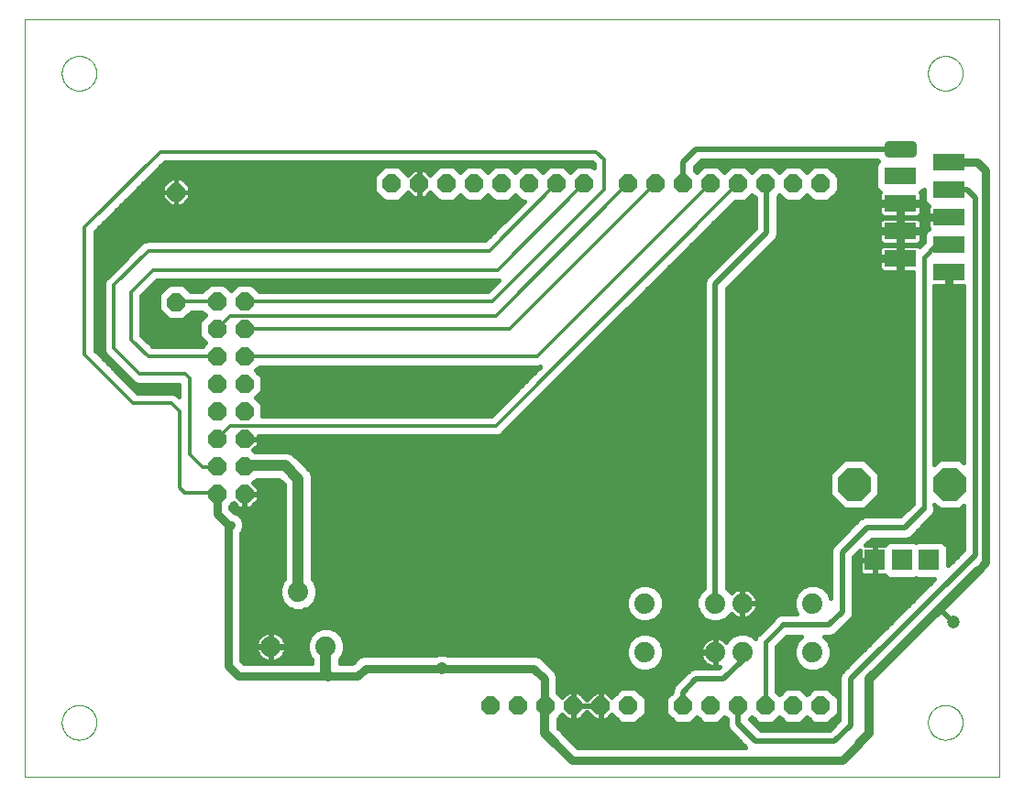
<source format=gbl>
G75*
%MOIN*%
%OFA0B0*%
%FSLAX25Y25*%
%IPPOS*%
%LPD*%
%AMOC8*
5,1,8,0,0,1.08239X$1,22.5*
%
%ADD10C,0.00394*%
%ADD11OC8,0.06600*%
%ADD12C,0.00000*%
%ADD13C,0.07400*%
%ADD14C,0.02953*%
%ADD15R,0.11811X0.05906*%
%ADD16R,0.07400X0.07400*%
%ADD17OC8,0.11811*%
%ADD18C,0.01600*%
%ADD19C,0.03562*%
%ADD20C,0.01181*%
%ADD21C,0.01969*%
%ADD22C,0.03346*%
%ADD23C,0.03150*%
%ADD24C,0.03937*%
%ADD25C,0.04724*%
%ADD26C,0.01575*%
D10*
X0020800Y0011800D02*
X0020800Y0287391D01*
X0375131Y0287391D01*
X0375131Y0011800D01*
X0020800Y0011800D01*
D11*
X0090603Y0114595D03*
X0100603Y0114595D03*
X0100603Y0124595D03*
X0090603Y0124595D03*
X0090603Y0134595D03*
X0100603Y0134595D03*
X0100603Y0144595D03*
X0090603Y0144595D03*
X0090603Y0154595D03*
X0100603Y0154595D03*
X0100603Y0164595D03*
X0090603Y0164595D03*
X0090603Y0174595D03*
X0100603Y0174595D03*
X0100603Y0184595D03*
X0090603Y0184595D03*
X0075789Y0184509D03*
X0075789Y0224509D03*
X0154170Y0227548D03*
X0164170Y0227548D03*
X0174170Y0227548D03*
X0184170Y0227548D03*
X0194170Y0227548D03*
X0204170Y0227548D03*
X0214170Y0227548D03*
X0224170Y0227548D03*
X0240170Y0227548D03*
X0250170Y0227548D03*
X0260170Y0227548D03*
X0270170Y0227548D03*
X0280170Y0227548D03*
X0290170Y0227548D03*
X0300170Y0227548D03*
X0310170Y0227548D03*
X0310170Y0037548D03*
X0300170Y0037548D03*
X0290170Y0037548D03*
X0280170Y0037548D03*
X0270170Y0037548D03*
X0260170Y0037548D03*
X0240170Y0037548D03*
X0230170Y0037548D03*
X0220170Y0037548D03*
X0210170Y0037548D03*
X0200170Y0037548D03*
X0190170Y0037548D03*
D12*
X0034186Y0031485D02*
X0034188Y0031643D01*
X0034194Y0031801D01*
X0034204Y0031959D01*
X0034218Y0032117D01*
X0034236Y0032274D01*
X0034257Y0032431D01*
X0034283Y0032587D01*
X0034313Y0032743D01*
X0034346Y0032898D01*
X0034384Y0033051D01*
X0034425Y0033204D01*
X0034470Y0033356D01*
X0034519Y0033507D01*
X0034572Y0033656D01*
X0034628Y0033804D01*
X0034688Y0033950D01*
X0034752Y0034095D01*
X0034820Y0034238D01*
X0034891Y0034380D01*
X0034965Y0034520D01*
X0035043Y0034657D01*
X0035125Y0034793D01*
X0035209Y0034927D01*
X0035298Y0035058D01*
X0035389Y0035187D01*
X0035484Y0035314D01*
X0035581Y0035439D01*
X0035682Y0035561D01*
X0035786Y0035680D01*
X0035893Y0035797D01*
X0036003Y0035911D01*
X0036116Y0036022D01*
X0036231Y0036131D01*
X0036349Y0036236D01*
X0036470Y0036338D01*
X0036593Y0036438D01*
X0036719Y0036534D01*
X0036847Y0036627D01*
X0036977Y0036717D01*
X0037110Y0036803D01*
X0037245Y0036887D01*
X0037381Y0036966D01*
X0037520Y0037043D01*
X0037661Y0037115D01*
X0037803Y0037185D01*
X0037947Y0037250D01*
X0038093Y0037312D01*
X0038240Y0037370D01*
X0038389Y0037425D01*
X0038539Y0037476D01*
X0038690Y0037523D01*
X0038842Y0037566D01*
X0038995Y0037605D01*
X0039150Y0037641D01*
X0039305Y0037672D01*
X0039461Y0037700D01*
X0039617Y0037724D01*
X0039774Y0037744D01*
X0039932Y0037760D01*
X0040089Y0037772D01*
X0040248Y0037780D01*
X0040406Y0037784D01*
X0040564Y0037784D01*
X0040722Y0037780D01*
X0040881Y0037772D01*
X0041038Y0037760D01*
X0041196Y0037744D01*
X0041353Y0037724D01*
X0041509Y0037700D01*
X0041665Y0037672D01*
X0041820Y0037641D01*
X0041975Y0037605D01*
X0042128Y0037566D01*
X0042280Y0037523D01*
X0042431Y0037476D01*
X0042581Y0037425D01*
X0042730Y0037370D01*
X0042877Y0037312D01*
X0043023Y0037250D01*
X0043167Y0037185D01*
X0043309Y0037115D01*
X0043450Y0037043D01*
X0043589Y0036966D01*
X0043725Y0036887D01*
X0043860Y0036803D01*
X0043993Y0036717D01*
X0044123Y0036627D01*
X0044251Y0036534D01*
X0044377Y0036438D01*
X0044500Y0036338D01*
X0044621Y0036236D01*
X0044739Y0036131D01*
X0044854Y0036022D01*
X0044967Y0035911D01*
X0045077Y0035797D01*
X0045184Y0035680D01*
X0045288Y0035561D01*
X0045389Y0035439D01*
X0045486Y0035314D01*
X0045581Y0035187D01*
X0045672Y0035058D01*
X0045761Y0034927D01*
X0045845Y0034793D01*
X0045927Y0034657D01*
X0046005Y0034520D01*
X0046079Y0034380D01*
X0046150Y0034238D01*
X0046218Y0034095D01*
X0046282Y0033950D01*
X0046342Y0033804D01*
X0046398Y0033656D01*
X0046451Y0033507D01*
X0046500Y0033356D01*
X0046545Y0033204D01*
X0046586Y0033051D01*
X0046624Y0032898D01*
X0046657Y0032743D01*
X0046687Y0032587D01*
X0046713Y0032431D01*
X0046734Y0032274D01*
X0046752Y0032117D01*
X0046766Y0031959D01*
X0046776Y0031801D01*
X0046782Y0031643D01*
X0046784Y0031485D01*
X0046782Y0031327D01*
X0046776Y0031169D01*
X0046766Y0031011D01*
X0046752Y0030853D01*
X0046734Y0030696D01*
X0046713Y0030539D01*
X0046687Y0030383D01*
X0046657Y0030227D01*
X0046624Y0030072D01*
X0046586Y0029919D01*
X0046545Y0029766D01*
X0046500Y0029614D01*
X0046451Y0029463D01*
X0046398Y0029314D01*
X0046342Y0029166D01*
X0046282Y0029020D01*
X0046218Y0028875D01*
X0046150Y0028732D01*
X0046079Y0028590D01*
X0046005Y0028450D01*
X0045927Y0028313D01*
X0045845Y0028177D01*
X0045761Y0028043D01*
X0045672Y0027912D01*
X0045581Y0027783D01*
X0045486Y0027656D01*
X0045389Y0027531D01*
X0045288Y0027409D01*
X0045184Y0027290D01*
X0045077Y0027173D01*
X0044967Y0027059D01*
X0044854Y0026948D01*
X0044739Y0026839D01*
X0044621Y0026734D01*
X0044500Y0026632D01*
X0044377Y0026532D01*
X0044251Y0026436D01*
X0044123Y0026343D01*
X0043993Y0026253D01*
X0043860Y0026167D01*
X0043725Y0026083D01*
X0043589Y0026004D01*
X0043450Y0025927D01*
X0043309Y0025855D01*
X0043167Y0025785D01*
X0043023Y0025720D01*
X0042877Y0025658D01*
X0042730Y0025600D01*
X0042581Y0025545D01*
X0042431Y0025494D01*
X0042280Y0025447D01*
X0042128Y0025404D01*
X0041975Y0025365D01*
X0041820Y0025329D01*
X0041665Y0025298D01*
X0041509Y0025270D01*
X0041353Y0025246D01*
X0041196Y0025226D01*
X0041038Y0025210D01*
X0040881Y0025198D01*
X0040722Y0025190D01*
X0040564Y0025186D01*
X0040406Y0025186D01*
X0040248Y0025190D01*
X0040089Y0025198D01*
X0039932Y0025210D01*
X0039774Y0025226D01*
X0039617Y0025246D01*
X0039461Y0025270D01*
X0039305Y0025298D01*
X0039150Y0025329D01*
X0038995Y0025365D01*
X0038842Y0025404D01*
X0038690Y0025447D01*
X0038539Y0025494D01*
X0038389Y0025545D01*
X0038240Y0025600D01*
X0038093Y0025658D01*
X0037947Y0025720D01*
X0037803Y0025785D01*
X0037661Y0025855D01*
X0037520Y0025927D01*
X0037381Y0026004D01*
X0037245Y0026083D01*
X0037110Y0026167D01*
X0036977Y0026253D01*
X0036847Y0026343D01*
X0036719Y0026436D01*
X0036593Y0026532D01*
X0036470Y0026632D01*
X0036349Y0026734D01*
X0036231Y0026839D01*
X0036116Y0026948D01*
X0036003Y0027059D01*
X0035893Y0027173D01*
X0035786Y0027290D01*
X0035682Y0027409D01*
X0035581Y0027531D01*
X0035484Y0027656D01*
X0035389Y0027783D01*
X0035298Y0027912D01*
X0035209Y0028043D01*
X0035125Y0028177D01*
X0035043Y0028313D01*
X0034965Y0028450D01*
X0034891Y0028590D01*
X0034820Y0028732D01*
X0034752Y0028875D01*
X0034688Y0029020D01*
X0034628Y0029166D01*
X0034572Y0029314D01*
X0034519Y0029463D01*
X0034470Y0029614D01*
X0034425Y0029766D01*
X0034384Y0029919D01*
X0034346Y0030072D01*
X0034313Y0030227D01*
X0034283Y0030383D01*
X0034257Y0030539D01*
X0034236Y0030696D01*
X0034218Y0030853D01*
X0034204Y0031011D01*
X0034194Y0031169D01*
X0034188Y0031327D01*
X0034186Y0031485D01*
X0034186Y0267706D02*
X0034188Y0267864D01*
X0034194Y0268022D01*
X0034204Y0268180D01*
X0034218Y0268338D01*
X0034236Y0268495D01*
X0034257Y0268652D01*
X0034283Y0268808D01*
X0034313Y0268964D01*
X0034346Y0269119D01*
X0034384Y0269272D01*
X0034425Y0269425D01*
X0034470Y0269577D01*
X0034519Y0269728D01*
X0034572Y0269877D01*
X0034628Y0270025D01*
X0034688Y0270171D01*
X0034752Y0270316D01*
X0034820Y0270459D01*
X0034891Y0270601D01*
X0034965Y0270741D01*
X0035043Y0270878D01*
X0035125Y0271014D01*
X0035209Y0271148D01*
X0035298Y0271279D01*
X0035389Y0271408D01*
X0035484Y0271535D01*
X0035581Y0271660D01*
X0035682Y0271782D01*
X0035786Y0271901D01*
X0035893Y0272018D01*
X0036003Y0272132D01*
X0036116Y0272243D01*
X0036231Y0272352D01*
X0036349Y0272457D01*
X0036470Y0272559D01*
X0036593Y0272659D01*
X0036719Y0272755D01*
X0036847Y0272848D01*
X0036977Y0272938D01*
X0037110Y0273024D01*
X0037245Y0273108D01*
X0037381Y0273187D01*
X0037520Y0273264D01*
X0037661Y0273336D01*
X0037803Y0273406D01*
X0037947Y0273471D01*
X0038093Y0273533D01*
X0038240Y0273591D01*
X0038389Y0273646D01*
X0038539Y0273697D01*
X0038690Y0273744D01*
X0038842Y0273787D01*
X0038995Y0273826D01*
X0039150Y0273862D01*
X0039305Y0273893D01*
X0039461Y0273921D01*
X0039617Y0273945D01*
X0039774Y0273965D01*
X0039932Y0273981D01*
X0040089Y0273993D01*
X0040248Y0274001D01*
X0040406Y0274005D01*
X0040564Y0274005D01*
X0040722Y0274001D01*
X0040881Y0273993D01*
X0041038Y0273981D01*
X0041196Y0273965D01*
X0041353Y0273945D01*
X0041509Y0273921D01*
X0041665Y0273893D01*
X0041820Y0273862D01*
X0041975Y0273826D01*
X0042128Y0273787D01*
X0042280Y0273744D01*
X0042431Y0273697D01*
X0042581Y0273646D01*
X0042730Y0273591D01*
X0042877Y0273533D01*
X0043023Y0273471D01*
X0043167Y0273406D01*
X0043309Y0273336D01*
X0043450Y0273264D01*
X0043589Y0273187D01*
X0043725Y0273108D01*
X0043860Y0273024D01*
X0043993Y0272938D01*
X0044123Y0272848D01*
X0044251Y0272755D01*
X0044377Y0272659D01*
X0044500Y0272559D01*
X0044621Y0272457D01*
X0044739Y0272352D01*
X0044854Y0272243D01*
X0044967Y0272132D01*
X0045077Y0272018D01*
X0045184Y0271901D01*
X0045288Y0271782D01*
X0045389Y0271660D01*
X0045486Y0271535D01*
X0045581Y0271408D01*
X0045672Y0271279D01*
X0045761Y0271148D01*
X0045845Y0271014D01*
X0045927Y0270878D01*
X0046005Y0270741D01*
X0046079Y0270601D01*
X0046150Y0270459D01*
X0046218Y0270316D01*
X0046282Y0270171D01*
X0046342Y0270025D01*
X0046398Y0269877D01*
X0046451Y0269728D01*
X0046500Y0269577D01*
X0046545Y0269425D01*
X0046586Y0269272D01*
X0046624Y0269119D01*
X0046657Y0268964D01*
X0046687Y0268808D01*
X0046713Y0268652D01*
X0046734Y0268495D01*
X0046752Y0268338D01*
X0046766Y0268180D01*
X0046776Y0268022D01*
X0046782Y0267864D01*
X0046784Y0267706D01*
X0046782Y0267548D01*
X0046776Y0267390D01*
X0046766Y0267232D01*
X0046752Y0267074D01*
X0046734Y0266917D01*
X0046713Y0266760D01*
X0046687Y0266604D01*
X0046657Y0266448D01*
X0046624Y0266293D01*
X0046586Y0266140D01*
X0046545Y0265987D01*
X0046500Y0265835D01*
X0046451Y0265684D01*
X0046398Y0265535D01*
X0046342Y0265387D01*
X0046282Y0265241D01*
X0046218Y0265096D01*
X0046150Y0264953D01*
X0046079Y0264811D01*
X0046005Y0264671D01*
X0045927Y0264534D01*
X0045845Y0264398D01*
X0045761Y0264264D01*
X0045672Y0264133D01*
X0045581Y0264004D01*
X0045486Y0263877D01*
X0045389Y0263752D01*
X0045288Y0263630D01*
X0045184Y0263511D01*
X0045077Y0263394D01*
X0044967Y0263280D01*
X0044854Y0263169D01*
X0044739Y0263060D01*
X0044621Y0262955D01*
X0044500Y0262853D01*
X0044377Y0262753D01*
X0044251Y0262657D01*
X0044123Y0262564D01*
X0043993Y0262474D01*
X0043860Y0262388D01*
X0043725Y0262304D01*
X0043589Y0262225D01*
X0043450Y0262148D01*
X0043309Y0262076D01*
X0043167Y0262006D01*
X0043023Y0261941D01*
X0042877Y0261879D01*
X0042730Y0261821D01*
X0042581Y0261766D01*
X0042431Y0261715D01*
X0042280Y0261668D01*
X0042128Y0261625D01*
X0041975Y0261586D01*
X0041820Y0261550D01*
X0041665Y0261519D01*
X0041509Y0261491D01*
X0041353Y0261467D01*
X0041196Y0261447D01*
X0041038Y0261431D01*
X0040881Y0261419D01*
X0040722Y0261411D01*
X0040564Y0261407D01*
X0040406Y0261407D01*
X0040248Y0261411D01*
X0040089Y0261419D01*
X0039932Y0261431D01*
X0039774Y0261447D01*
X0039617Y0261467D01*
X0039461Y0261491D01*
X0039305Y0261519D01*
X0039150Y0261550D01*
X0038995Y0261586D01*
X0038842Y0261625D01*
X0038690Y0261668D01*
X0038539Y0261715D01*
X0038389Y0261766D01*
X0038240Y0261821D01*
X0038093Y0261879D01*
X0037947Y0261941D01*
X0037803Y0262006D01*
X0037661Y0262076D01*
X0037520Y0262148D01*
X0037381Y0262225D01*
X0037245Y0262304D01*
X0037110Y0262388D01*
X0036977Y0262474D01*
X0036847Y0262564D01*
X0036719Y0262657D01*
X0036593Y0262753D01*
X0036470Y0262853D01*
X0036349Y0262955D01*
X0036231Y0263060D01*
X0036116Y0263169D01*
X0036003Y0263280D01*
X0035893Y0263394D01*
X0035786Y0263511D01*
X0035682Y0263630D01*
X0035581Y0263752D01*
X0035484Y0263877D01*
X0035389Y0264004D01*
X0035298Y0264133D01*
X0035209Y0264264D01*
X0035125Y0264398D01*
X0035043Y0264534D01*
X0034965Y0264671D01*
X0034891Y0264811D01*
X0034820Y0264953D01*
X0034752Y0265096D01*
X0034688Y0265241D01*
X0034628Y0265387D01*
X0034572Y0265535D01*
X0034519Y0265684D01*
X0034470Y0265835D01*
X0034425Y0265987D01*
X0034384Y0266140D01*
X0034346Y0266293D01*
X0034313Y0266448D01*
X0034283Y0266604D01*
X0034257Y0266760D01*
X0034236Y0266917D01*
X0034218Y0267074D01*
X0034204Y0267232D01*
X0034194Y0267390D01*
X0034188Y0267548D01*
X0034186Y0267706D01*
X0349147Y0267706D02*
X0349149Y0267864D01*
X0349155Y0268022D01*
X0349165Y0268180D01*
X0349179Y0268338D01*
X0349197Y0268495D01*
X0349218Y0268652D01*
X0349244Y0268808D01*
X0349274Y0268964D01*
X0349307Y0269119D01*
X0349345Y0269272D01*
X0349386Y0269425D01*
X0349431Y0269577D01*
X0349480Y0269728D01*
X0349533Y0269877D01*
X0349589Y0270025D01*
X0349649Y0270171D01*
X0349713Y0270316D01*
X0349781Y0270459D01*
X0349852Y0270601D01*
X0349926Y0270741D01*
X0350004Y0270878D01*
X0350086Y0271014D01*
X0350170Y0271148D01*
X0350259Y0271279D01*
X0350350Y0271408D01*
X0350445Y0271535D01*
X0350542Y0271660D01*
X0350643Y0271782D01*
X0350747Y0271901D01*
X0350854Y0272018D01*
X0350964Y0272132D01*
X0351077Y0272243D01*
X0351192Y0272352D01*
X0351310Y0272457D01*
X0351431Y0272559D01*
X0351554Y0272659D01*
X0351680Y0272755D01*
X0351808Y0272848D01*
X0351938Y0272938D01*
X0352071Y0273024D01*
X0352206Y0273108D01*
X0352342Y0273187D01*
X0352481Y0273264D01*
X0352622Y0273336D01*
X0352764Y0273406D01*
X0352908Y0273471D01*
X0353054Y0273533D01*
X0353201Y0273591D01*
X0353350Y0273646D01*
X0353500Y0273697D01*
X0353651Y0273744D01*
X0353803Y0273787D01*
X0353956Y0273826D01*
X0354111Y0273862D01*
X0354266Y0273893D01*
X0354422Y0273921D01*
X0354578Y0273945D01*
X0354735Y0273965D01*
X0354893Y0273981D01*
X0355050Y0273993D01*
X0355209Y0274001D01*
X0355367Y0274005D01*
X0355525Y0274005D01*
X0355683Y0274001D01*
X0355842Y0273993D01*
X0355999Y0273981D01*
X0356157Y0273965D01*
X0356314Y0273945D01*
X0356470Y0273921D01*
X0356626Y0273893D01*
X0356781Y0273862D01*
X0356936Y0273826D01*
X0357089Y0273787D01*
X0357241Y0273744D01*
X0357392Y0273697D01*
X0357542Y0273646D01*
X0357691Y0273591D01*
X0357838Y0273533D01*
X0357984Y0273471D01*
X0358128Y0273406D01*
X0358270Y0273336D01*
X0358411Y0273264D01*
X0358550Y0273187D01*
X0358686Y0273108D01*
X0358821Y0273024D01*
X0358954Y0272938D01*
X0359084Y0272848D01*
X0359212Y0272755D01*
X0359338Y0272659D01*
X0359461Y0272559D01*
X0359582Y0272457D01*
X0359700Y0272352D01*
X0359815Y0272243D01*
X0359928Y0272132D01*
X0360038Y0272018D01*
X0360145Y0271901D01*
X0360249Y0271782D01*
X0360350Y0271660D01*
X0360447Y0271535D01*
X0360542Y0271408D01*
X0360633Y0271279D01*
X0360722Y0271148D01*
X0360806Y0271014D01*
X0360888Y0270878D01*
X0360966Y0270741D01*
X0361040Y0270601D01*
X0361111Y0270459D01*
X0361179Y0270316D01*
X0361243Y0270171D01*
X0361303Y0270025D01*
X0361359Y0269877D01*
X0361412Y0269728D01*
X0361461Y0269577D01*
X0361506Y0269425D01*
X0361547Y0269272D01*
X0361585Y0269119D01*
X0361618Y0268964D01*
X0361648Y0268808D01*
X0361674Y0268652D01*
X0361695Y0268495D01*
X0361713Y0268338D01*
X0361727Y0268180D01*
X0361737Y0268022D01*
X0361743Y0267864D01*
X0361745Y0267706D01*
X0361743Y0267548D01*
X0361737Y0267390D01*
X0361727Y0267232D01*
X0361713Y0267074D01*
X0361695Y0266917D01*
X0361674Y0266760D01*
X0361648Y0266604D01*
X0361618Y0266448D01*
X0361585Y0266293D01*
X0361547Y0266140D01*
X0361506Y0265987D01*
X0361461Y0265835D01*
X0361412Y0265684D01*
X0361359Y0265535D01*
X0361303Y0265387D01*
X0361243Y0265241D01*
X0361179Y0265096D01*
X0361111Y0264953D01*
X0361040Y0264811D01*
X0360966Y0264671D01*
X0360888Y0264534D01*
X0360806Y0264398D01*
X0360722Y0264264D01*
X0360633Y0264133D01*
X0360542Y0264004D01*
X0360447Y0263877D01*
X0360350Y0263752D01*
X0360249Y0263630D01*
X0360145Y0263511D01*
X0360038Y0263394D01*
X0359928Y0263280D01*
X0359815Y0263169D01*
X0359700Y0263060D01*
X0359582Y0262955D01*
X0359461Y0262853D01*
X0359338Y0262753D01*
X0359212Y0262657D01*
X0359084Y0262564D01*
X0358954Y0262474D01*
X0358821Y0262388D01*
X0358686Y0262304D01*
X0358550Y0262225D01*
X0358411Y0262148D01*
X0358270Y0262076D01*
X0358128Y0262006D01*
X0357984Y0261941D01*
X0357838Y0261879D01*
X0357691Y0261821D01*
X0357542Y0261766D01*
X0357392Y0261715D01*
X0357241Y0261668D01*
X0357089Y0261625D01*
X0356936Y0261586D01*
X0356781Y0261550D01*
X0356626Y0261519D01*
X0356470Y0261491D01*
X0356314Y0261467D01*
X0356157Y0261447D01*
X0355999Y0261431D01*
X0355842Y0261419D01*
X0355683Y0261411D01*
X0355525Y0261407D01*
X0355367Y0261407D01*
X0355209Y0261411D01*
X0355050Y0261419D01*
X0354893Y0261431D01*
X0354735Y0261447D01*
X0354578Y0261467D01*
X0354422Y0261491D01*
X0354266Y0261519D01*
X0354111Y0261550D01*
X0353956Y0261586D01*
X0353803Y0261625D01*
X0353651Y0261668D01*
X0353500Y0261715D01*
X0353350Y0261766D01*
X0353201Y0261821D01*
X0353054Y0261879D01*
X0352908Y0261941D01*
X0352764Y0262006D01*
X0352622Y0262076D01*
X0352481Y0262148D01*
X0352342Y0262225D01*
X0352206Y0262304D01*
X0352071Y0262388D01*
X0351938Y0262474D01*
X0351808Y0262564D01*
X0351680Y0262657D01*
X0351554Y0262753D01*
X0351431Y0262853D01*
X0351310Y0262955D01*
X0351192Y0263060D01*
X0351077Y0263169D01*
X0350964Y0263280D01*
X0350854Y0263394D01*
X0350747Y0263511D01*
X0350643Y0263630D01*
X0350542Y0263752D01*
X0350445Y0263877D01*
X0350350Y0264004D01*
X0350259Y0264133D01*
X0350170Y0264264D01*
X0350086Y0264398D01*
X0350004Y0264534D01*
X0349926Y0264671D01*
X0349852Y0264811D01*
X0349781Y0264953D01*
X0349713Y0265096D01*
X0349649Y0265241D01*
X0349589Y0265387D01*
X0349533Y0265535D01*
X0349480Y0265684D01*
X0349431Y0265835D01*
X0349386Y0265987D01*
X0349345Y0266140D01*
X0349307Y0266293D01*
X0349274Y0266448D01*
X0349244Y0266604D01*
X0349218Y0266760D01*
X0349197Y0266917D01*
X0349179Y0267074D01*
X0349165Y0267232D01*
X0349155Y0267390D01*
X0349149Y0267548D01*
X0349147Y0267706D01*
X0349147Y0031485D02*
X0349149Y0031643D01*
X0349155Y0031801D01*
X0349165Y0031959D01*
X0349179Y0032117D01*
X0349197Y0032274D01*
X0349218Y0032431D01*
X0349244Y0032587D01*
X0349274Y0032743D01*
X0349307Y0032898D01*
X0349345Y0033051D01*
X0349386Y0033204D01*
X0349431Y0033356D01*
X0349480Y0033507D01*
X0349533Y0033656D01*
X0349589Y0033804D01*
X0349649Y0033950D01*
X0349713Y0034095D01*
X0349781Y0034238D01*
X0349852Y0034380D01*
X0349926Y0034520D01*
X0350004Y0034657D01*
X0350086Y0034793D01*
X0350170Y0034927D01*
X0350259Y0035058D01*
X0350350Y0035187D01*
X0350445Y0035314D01*
X0350542Y0035439D01*
X0350643Y0035561D01*
X0350747Y0035680D01*
X0350854Y0035797D01*
X0350964Y0035911D01*
X0351077Y0036022D01*
X0351192Y0036131D01*
X0351310Y0036236D01*
X0351431Y0036338D01*
X0351554Y0036438D01*
X0351680Y0036534D01*
X0351808Y0036627D01*
X0351938Y0036717D01*
X0352071Y0036803D01*
X0352206Y0036887D01*
X0352342Y0036966D01*
X0352481Y0037043D01*
X0352622Y0037115D01*
X0352764Y0037185D01*
X0352908Y0037250D01*
X0353054Y0037312D01*
X0353201Y0037370D01*
X0353350Y0037425D01*
X0353500Y0037476D01*
X0353651Y0037523D01*
X0353803Y0037566D01*
X0353956Y0037605D01*
X0354111Y0037641D01*
X0354266Y0037672D01*
X0354422Y0037700D01*
X0354578Y0037724D01*
X0354735Y0037744D01*
X0354893Y0037760D01*
X0355050Y0037772D01*
X0355209Y0037780D01*
X0355367Y0037784D01*
X0355525Y0037784D01*
X0355683Y0037780D01*
X0355842Y0037772D01*
X0355999Y0037760D01*
X0356157Y0037744D01*
X0356314Y0037724D01*
X0356470Y0037700D01*
X0356626Y0037672D01*
X0356781Y0037641D01*
X0356936Y0037605D01*
X0357089Y0037566D01*
X0357241Y0037523D01*
X0357392Y0037476D01*
X0357542Y0037425D01*
X0357691Y0037370D01*
X0357838Y0037312D01*
X0357984Y0037250D01*
X0358128Y0037185D01*
X0358270Y0037115D01*
X0358411Y0037043D01*
X0358550Y0036966D01*
X0358686Y0036887D01*
X0358821Y0036803D01*
X0358954Y0036717D01*
X0359084Y0036627D01*
X0359212Y0036534D01*
X0359338Y0036438D01*
X0359461Y0036338D01*
X0359582Y0036236D01*
X0359700Y0036131D01*
X0359815Y0036022D01*
X0359928Y0035911D01*
X0360038Y0035797D01*
X0360145Y0035680D01*
X0360249Y0035561D01*
X0360350Y0035439D01*
X0360447Y0035314D01*
X0360542Y0035187D01*
X0360633Y0035058D01*
X0360722Y0034927D01*
X0360806Y0034793D01*
X0360888Y0034657D01*
X0360966Y0034520D01*
X0361040Y0034380D01*
X0361111Y0034238D01*
X0361179Y0034095D01*
X0361243Y0033950D01*
X0361303Y0033804D01*
X0361359Y0033656D01*
X0361412Y0033507D01*
X0361461Y0033356D01*
X0361506Y0033204D01*
X0361547Y0033051D01*
X0361585Y0032898D01*
X0361618Y0032743D01*
X0361648Y0032587D01*
X0361674Y0032431D01*
X0361695Y0032274D01*
X0361713Y0032117D01*
X0361727Y0031959D01*
X0361737Y0031801D01*
X0361743Y0031643D01*
X0361745Y0031485D01*
X0361743Y0031327D01*
X0361737Y0031169D01*
X0361727Y0031011D01*
X0361713Y0030853D01*
X0361695Y0030696D01*
X0361674Y0030539D01*
X0361648Y0030383D01*
X0361618Y0030227D01*
X0361585Y0030072D01*
X0361547Y0029919D01*
X0361506Y0029766D01*
X0361461Y0029614D01*
X0361412Y0029463D01*
X0361359Y0029314D01*
X0361303Y0029166D01*
X0361243Y0029020D01*
X0361179Y0028875D01*
X0361111Y0028732D01*
X0361040Y0028590D01*
X0360966Y0028450D01*
X0360888Y0028313D01*
X0360806Y0028177D01*
X0360722Y0028043D01*
X0360633Y0027912D01*
X0360542Y0027783D01*
X0360447Y0027656D01*
X0360350Y0027531D01*
X0360249Y0027409D01*
X0360145Y0027290D01*
X0360038Y0027173D01*
X0359928Y0027059D01*
X0359815Y0026948D01*
X0359700Y0026839D01*
X0359582Y0026734D01*
X0359461Y0026632D01*
X0359338Y0026532D01*
X0359212Y0026436D01*
X0359084Y0026343D01*
X0358954Y0026253D01*
X0358821Y0026167D01*
X0358686Y0026083D01*
X0358550Y0026004D01*
X0358411Y0025927D01*
X0358270Y0025855D01*
X0358128Y0025785D01*
X0357984Y0025720D01*
X0357838Y0025658D01*
X0357691Y0025600D01*
X0357542Y0025545D01*
X0357392Y0025494D01*
X0357241Y0025447D01*
X0357089Y0025404D01*
X0356936Y0025365D01*
X0356781Y0025329D01*
X0356626Y0025298D01*
X0356470Y0025270D01*
X0356314Y0025246D01*
X0356157Y0025226D01*
X0355999Y0025210D01*
X0355842Y0025198D01*
X0355683Y0025190D01*
X0355525Y0025186D01*
X0355367Y0025186D01*
X0355209Y0025190D01*
X0355050Y0025198D01*
X0354893Y0025210D01*
X0354735Y0025226D01*
X0354578Y0025246D01*
X0354422Y0025270D01*
X0354266Y0025298D01*
X0354111Y0025329D01*
X0353956Y0025365D01*
X0353803Y0025404D01*
X0353651Y0025447D01*
X0353500Y0025494D01*
X0353350Y0025545D01*
X0353201Y0025600D01*
X0353054Y0025658D01*
X0352908Y0025720D01*
X0352764Y0025785D01*
X0352622Y0025855D01*
X0352481Y0025927D01*
X0352342Y0026004D01*
X0352206Y0026083D01*
X0352071Y0026167D01*
X0351938Y0026253D01*
X0351808Y0026343D01*
X0351680Y0026436D01*
X0351554Y0026532D01*
X0351431Y0026632D01*
X0351310Y0026734D01*
X0351192Y0026839D01*
X0351077Y0026948D01*
X0350964Y0027059D01*
X0350854Y0027173D01*
X0350747Y0027290D01*
X0350643Y0027409D01*
X0350542Y0027531D01*
X0350445Y0027656D01*
X0350350Y0027783D01*
X0350259Y0027912D01*
X0350170Y0028043D01*
X0350086Y0028177D01*
X0350004Y0028313D01*
X0349926Y0028450D01*
X0349852Y0028590D01*
X0349781Y0028732D01*
X0349713Y0028875D01*
X0349649Y0029020D01*
X0349589Y0029166D01*
X0349533Y0029314D01*
X0349480Y0029463D01*
X0349431Y0029614D01*
X0349386Y0029766D01*
X0349345Y0029919D01*
X0349307Y0030072D01*
X0349274Y0030227D01*
X0349244Y0030383D01*
X0349218Y0030539D01*
X0349197Y0030696D01*
X0349179Y0030853D01*
X0349165Y0031011D01*
X0349155Y0031169D01*
X0349149Y0031327D01*
X0349147Y0031485D01*
D13*
X0307222Y0057034D03*
X0307222Y0074834D03*
X0281622Y0074834D03*
X0271789Y0074834D03*
X0271789Y0057034D03*
X0281622Y0057034D03*
X0246189Y0057034D03*
X0246189Y0074834D03*
X0130209Y0059044D03*
X0110209Y0059044D03*
X0120209Y0079044D03*
D14*
X0334605Y0241753D02*
X0343463Y0241753D01*
X0343463Y0238799D01*
X0334605Y0238799D01*
X0334605Y0241753D01*
X0334605Y0241751D02*
X0343463Y0241751D01*
D15*
X0356750Y0235276D03*
X0356750Y0225276D03*
X0356750Y0215276D03*
X0356750Y0205276D03*
X0356750Y0195276D03*
X0339034Y0200276D03*
X0339034Y0210276D03*
X0339034Y0220276D03*
X0339034Y0230276D03*
D16*
X0339698Y0090540D03*
X0329855Y0090540D03*
X0349540Y0090540D03*
D17*
X0357020Y0118099D03*
X0322375Y0118099D03*
D18*
X0331480Y0117302D02*
X0343584Y0117302D01*
X0343584Y0118900D02*
X0331480Y0118900D01*
X0331480Y0120499D02*
X0343584Y0120499D01*
X0343584Y0122097D02*
X0331254Y0122097D01*
X0331480Y0121871D02*
X0326146Y0127205D01*
X0318603Y0127205D01*
X0313269Y0121871D01*
X0313269Y0114328D01*
X0318603Y0108994D01*
X0326146Y0108994D01*
X0331480Y0114328D01*
X0331480Y0121871D01*
X0329655Y0123696D02*
X0343584Y0123696D01*
X0343584Y0125294D02*
X0328057Y0125294D01*
X0326458Y0126893D02*
X0343584Y0126893D01*
X0343584Y0128491D02*
X0275973Y0128491D01*
X0275973Y0126893D02*
X0318291Y0126893D01*
X0316693Y0125294D02*
X0275973Y0125294D01*
X0275973Y0123696D02*
X0315094Y0123696D01*
X0313496Y0122097D02*
X0275973Y0122097D01*
X0275973Y0120499D02*
X0313269Y0120499D01*
X0313269Y0118900D02*
X0275973Y0118900D01*
X0275973Y0117302D02*
X0313269Y0117302D01*
X0313269Y0115703D02*
X0275973Y0115703D01*
X0275973Y0114105D02*
X0313492Y0114105D01*
X0315091Y0112506D02*
X0275973Y0112506D01*
X0275973Y0110908D02*
X0316689Y0110908D01*
X0318288Y0109309D02*
X0275973Y0109309D01*
X0275973Y0107711D02*
X0340124Y0107711D01*
X0338949Y0106535D02*
X0326070Y0106535D01*
X0324532Y0105898D01*
X0314497Y0095863D01*
X0313860Y0094325D01*
X0313860Y0076839D01*
X0313072Y0078742D01*
X0311131Y0080683D01*
X0308595Y0081734D01*
X0305850Y0081734D01*
X0303314Y0080683D01*
X0301373Y0078742D01*
X0300322Y0076206D01*
X0300322Y0073461D01*
X0301299Y0071102D01*
X0295558Y0071102D01*
X0294020Y0070465D01*
X0292843Y0069288D01*
X0292646Y0068813D01*
X0287911Y0064078D01*
X0286790Y0062956D01*
X0286400Y0062014D01*
X0285531Y0062883D01*
X0282995Y0063934D01*
X0280250Y0063934D01*
X0277714Y0062883D01*
X0275773Y0060942D01*
X0275739Y0060862D01*
X0275372Y0061229D01*
X0274672Y0061738D01*
X0273900Y0062131D01*
X0273077Y0062398D01*
X0272222Y0062534D01*
X0271989Y0062534D01*
X0271989Y0057234D01*
X0271589Y0057234D01*
X0271589Y0062534D01*
X0271356Y0062534D01*
X0270501Y0062398D01*
X0269678Y0062131D01*
X0268906Y0061738D01*
X0268206Y0061229D01*
X0267594Y0060617D01*
X0267085Y0059916D01*
X0266692Y0059145D01*
X0266424Y0058322D01*
X0266289Y0057467D01*
X0266289Y0057234D01*
X0271589Y0057234D01*
X0271589Y0056834D01*
X0266289Y0056834D01*
X0266289Y0056601D01*
X0266424Y0055746D01*
X0266692Y0054923D01*
X0267085Y0054151D01*
X0267594Y0053451D01*
X0268206Y0052839D01*
X0268906Y0052330D01*
X0269678Y0051937D01*
X0270501Y0051669D01*
X0271356Y0051534D01*
X0271589Y0051534D01*
X0271589Y0056834D01*
X0271989Y0056834D01*
X0271989Y0051534D01*
X0272222Y0051534D01*
X0273077Y0051669D01*
X0273342Y0051755D01*
X0273004Y0051417D01*
X0264062Y0051417D01*
X0262524Y0050780D01*
X0261347Y0049603D01*
X0256623Y0044879D01*
X0255986Y0043341D01*
X0255986Y0042556D01*
X0253670Y0040240D01*
X0253670Y0034856D01*
X0257478Y0031048D01*
X0262862Y0031048D01*
X0265170Y0033356D01*
X0267478Y0031048D01*
X0272862Y0031048D01*
X0275170Y0033356D01*
X0275986Y0032540D01*
X0275986Y0030141D01*
X0276623Y0028603D01*
X0282746Y0022480D01*
X0221597Y0022480D01*
X0217943Y0026134D01*
X0217845Y0026371D01*
X0214650Y0029567D01*
X0214650Y0032835D01*
X0216160Y0034346D01*
X0218058Y0032448D01*
X0219986Y0032448D01*
X0219986Y0037364D01*
X0220354Y0037364D01*
X0220354Y0032448D01*
X0222283Y0032448D01*
X0225170Y0035336D01*
X0228058Y0032448D01*
X0229986Y0032448D01*
X0229986Y0037364D01*
X0230354Y0037364D01*
X0230354Y0032448D01*
X0232283Y0032448D01*
X0234180Y0034346D01*
X0237478Y0031048D01*
X0242862Y0031048D01*
X0246670Y0034856D01*
X0246670Y0040240D01*
X0242862Y0044048D01*
X0237478Y0044048D01*
X0234180Y0040750D01*
X0232283Y0042648D01*
X0230354Y0042648D01*
X0230354Y0037732D01*
X0229986Y0037732D01*
X0229986Y0037364D01*
X0220354Y0037364D01*
X0220354Y0037732D01*
X0219986Y0037732D01*
X0219986Y0042648D01*
X0218058Y0042648D01*
X0216160Y0040750D01*
X0214551Y0042359D01*
X0214551Y0048183D01*
X0213824Y0049938D01*
X0209887Y0053875D01*
X0208544Y0055218D01*
X0206789Y0055945D01*
X0174891Y0055945D01*
X0173560Y0056496D01*
X0171504Y0056496D01*
X0170174Y0055945D01*
X0143866Y0055945D01*
X0142111Y0055218D01*
X0139885Y0052992D01*
X0135378Y0052992D01*
X0135378Y0054455D01*
X0136059Y0055136D01*
X0137109Y0057672D01*
X0137109Y0060417D01*
X0136059Y0062953D01*
X0134118Y0064894D01*
X0131582Y0065944D01*
X0128837Y0065944D01*
X0126301Y0064894D01*
X0124360Y0062953D01*
X0123309Y0060417D01*
X0123309Y0057672D01*
X0124360Y0055136D01*
X0125041Y0054455D01*
X0125041Y0052992D01*
X0100534Y0052992D01*
X0099394Y0054132D01*
X0099394Y0100373D01*
X0099651Y0100631D01*
X0100378Y0102386D01*
X0100378Y0104285D01*
X0099651Y0106040D01*
X0098308Y0107383D01*
X0096628Y0108079D01*
X0095378Y0109329D01*
X0095378Y0110178D01*
X0096593Y0111393D01*
X0098491Y0109495D01*
X0100403Y0109495D01*
X0100403Y0114395D01*
X0100803Y0114395D01*
X0100803Y0109495D01*
X0102716Y0109495D01*
X0105703Y0112483D01*
X0105703Y0114395D01*
X0100803Y0114395D01*
X0100803Y0114795D01*
X0105703Y0114795D01*
X0105703Y0116708D01*
X0103806Y0118605D01*
X0105021Y0119820D01*
X0113147Y0119820D01*
X0115041Y0117927D01*
X0115041Y0083634D01*
X0114360Y0082953D01*
X0113309Y0080417D01*
X0113309Y0077672D01*
X0114360Y0075136D01*
X0116301Y0073195D01*
X0118837Y0072144D01*
X0121582Y0072144D01*
X0124118Y0073195D01*
X0126059Y0075136D01*
X0127109Y0077672D01*
X0127109Y0080417D01*
X0126059Y0082953D01*
X0125378Y0083634D01*
X0125378Y0121096D01*
X0124591Y0122995D01*
X0119670Y0127917D01*
X0118216Y0129371D01*
X0116316Y0130157D01*
X0104233Y0130157D01*
X0103806Y0130585D01*
X0105703Y0132483D01*
X0105703Y0134395D01*
X0100803Y0134395D01*
X0100803Y0134795D01*
X0105703Y0134795D01*
X0105703Y0135569D01*
X0192735Y0135569D01*
X0194128Y0136146D01*
X0195195Y0137212D01*
X0279031Y0221048D01*
X0282862Y0221048D01*
X0285170Y0223356D01*
X0286301Y0222225D01*
X0286301Y0211368D01*
X0268242Y0193309D01*
X0267605Y0191771D01*
X0267605Y0080408D01*
X0265939Y0078742D01*
X0264889Y0076206D01*
X0264889Y0073461D01*
X0265939Y0070925D01*
X0267880Y0068984D01*
X0270416Y0067934D01*
X0273161Y0067934D01*
X0275698Y0068984D01*
X0277639Y0070925D01*
X0277672Y0071006D01*
X0278039Y0070639D01*
X0278739Y0070130D01*
X0279511Y0069737D01*
X0280334Y0069469D01*
X0281189Y0069334D01*
X0281422Y0069334D01*
X0281422Y0074634D01*
X0281822Y0074634D01*
X0281822Y0075034D01*
X0281422Y0075034D01*
X0281422Y0080334D01*
X0281189Y0080334D01*
X0280334Y0080198D01*
X0279511Y0079931D01*
X0278739Y0079538D01*
X0278039Y0079029D01*
X0277672Y0078662D01*
X0277639Y0078742D01*
X0275973Y0080408D01*
X0275973Y0189205D01*
X0292855Y0206087D01*
X0294032Y0207264D01*
X0294669Y0208802D01*
X0294669Y0222855D01*
X0295170Y0223356D01*
X0297478Y0221048D01*
X0302862Y0221048D01*
X0305170Y0223356D01*
X0307478Y0221048D01*
X0312862Y0221048D01*
X0316670Y0224856D01*
X0316670Y0230240D01*
X0312862Y0234048D01*
X0307478Y0234048D01*
X0305170Y0231740D01*
X0302862Y0234048D01*
X0297478Y0234048D01*
X0295170Y0231740D01*
X0292862Y0234048D01*
X0287478Y0234048D01*
X0285170Y0231740D01*
X0282862Y0234048D01*
X0277478Y0234048D01*
X0275170Y0231740D01*
X0272862Y0234048D01*
X0267478Y0234048D01*
X0265170Y0231740D01*
X0264354Y0232556D01*
X0264354Y0233689D01*
X0266628Y0235962D01*
X0330829Y0235962D01*
X0331083Y0235709D01*
X0330416Y0235042D01*
X0329928Y0233866D01*
X0329928Y0226687D01*
X0330416Y0225511D01*
X0331316Y0224611D01*
X0331774Y0224421D01*
X0331688Y0224334D01*
X0331451Y0223924D01*
X0331328Y0223466D01*
X0331328Y0220953D01*
X0338357Y0220953D01*
X0338357Y0219600D01*
X0331328Y0219600D01*
X0331328Y0217087D01*
X0331451Y0216629D01*
X0331688Y0216218D01*
X0332023Y0215883D01*
X0332434Y0215646D01*
X0332891Y0215524D01*
X0338357Y0215524D01*
X0338357Y0219600D01*
X0339710Y0219600D01*
X0339710Y0215524D01*
X0345176Y0215524D01*
X0345634Y0215646D01*
X0346045Y0215883D01*
X0346380Y0216218D01*
X0346617Y0216629D01*
X0346739Y0217087D01*
X0346739Y0219600D01*
X0339710Y0219600D01*
X0339710Y0220953D01*
X0346739Y0220953D01*
X0346739Y0223466D01*
X0346617Y0223924D01*
X0346380Y0224334D01*
X0346293Y0224421D01*
X0346752Y0224611D01*
X0347645Y0225504D01*
X0347645Y0221687D01*
X0348132Y0220511D01*
X0349032Y0219611D01*
X0349491Y0219421D01*
X0349405Y0219334D01*
X0349168Y0218924D01*
X0349045Y0218466D01*
X0349045Y0215953D01*
X0356074Y0215953D01*
X0356074Y0214600D01*
X0349045Y0214600D01*
X0349045Y0212087D01*
X0349168Y0211629D01*
X0349405Y0211218D01*
X0349491Y0211132D01*
X0349032Y0210942D01*
X0348132Y0210042D01*
X0347645Y0208866D01*
X0347645Y0206489D01*
X0345906Y0204750D01*
X0345634Y0204906D01*
X0345176Y0205029D01*
X0339710Y0205029D01*
X0339710Y0200953D01*
X0338357Y0200953D01*
X0338357Y0199600D01*
X0331328Y0199600D01*
X0331328Y0197087D01*
X0331451Y0196629D01*
X0331688Y0196218D01*
X0332023Y0195883D01*
X0332434Y0195646D01*
X0332891Y0195524D01*
X0338357Y0195524D01*
X0338357Y0199600D01*
X0339710Y0199600D01*
X0339710Y0195524D01*
X0343584Y0195524D01*
X0343584Y0111171D01*
X0338949Y0106535D01*
X0341722Y0109309D02*
X0326462Y0109309D01*
X0328060Y0110908D02*
X0343321Y0110908D01*
X0343584Y0112506D02*
X0329659Y0112506D01*
X0331257Y0114105D02*
X0343584Y0114105D01*
X0343584Y0115703D02*
X0331480Y0115703D01*
X0325048Y0106112D02*
X0275973Y0106112D01*
X0275973Y0104514D02*
X0323147Y0104514D01*
X0321549Y0102915D02*
X0275973Y0102915D01*
X0275973Y0101317D02*
X0319950Y0101317D01*
X0318352Y0099718D02*
X0275973Y0099718D01*
X0275973Y0098120D02*
X0316753Y0098120D01*
X0315155Y0096521D02*
X0275973Y0096521D01*
X0275973Y0094923D02*
X0314107Y0094923D01*
X0313860Y0093324D02*
X0275973Y0093324D01*
X0275973Y0091726D02*
X0313860Y0091726D01*
X0313860Y0090127D02*
X0275973Y0090127D01*
X0275973Y0088529D02*
X0313860Y0088529D01*
X0313860Y0086930D02*
X0275973Y0086930D01*
X0275973Y0085332D02*
X0313860Y0085332D01*
X0313860Y0083733D02*
X0275973Y0083733D01*
X0275973Y0082134D02*
X0313860Y0082134D01*
X0313860Y0080536D02*
X0311278Y0080536D01*
X0312876Y0078937D02*
X0313860Y0078937D01*
X0313860Y0077339D02*
X0313653Y0077339D01*
X0303166Y0080536D02*
X0275973Y0080536D01*
X0277443Y0078937D02*
X0277948Y0078937D01*
X0281422Y0078937D02*
X0281822Y0078937D01*
X0281822Y0080334D02*
X0281822Y0075034D01*
X0287122Y0075034D01*
X0287122Y0075267D01*
X0286987Y0076122D01*
X0286719Y0076945D01*
X0286326Y0077716D01*
X0285817Y0078417D01*
X0285205Y0079029D01*
X0284505Y0079538D01*
X0283733Y0079931D01*
X0282910Y0080198D01*
X0282055Y0080334D01*
X0281822Y0080334D01*
X0281822Y0077339D02*
X0281422Y0077339D01*
X0281422Y0075740D02*
X0281822Y0075740D01*
X0281822Y0074634D02*
X0287122Y0074634D01*
X0287122Y0074401D01*
X0286987Y0073546D01*
X0286719Y0072723D01*
X0286326Y0071951D01*
X0285817Y0071251D01*
X0285205Y0070639D01*
X0284505Y0070130D01*
X0283733Y0069737D01*
X0282910Y0069469D01*
X0282055Y0069334D01*
X0281822Y0069334D01*
X0281822Y0074634D01*
X0281822Y0074142D02*
X0281422Y0074142D01*
X0281422Y0072543D02*
X0281822Y0072543D01*
X0281822Y0070945D02*
X0281422Y0070945D01*
X0281422Y0069346D02*
X0281822Y0069346D01*
X0282134Y0069346D02*
X0292901Y0069346D01*
X0291581Y0067748D02*
X0099394Y0067748D01*
X0099394Y0069346D02*
X0241918Y0069346D01*
X0242280Y0068984D02*
X0244816Y0067934D01*
X0247561Y0067934D01*
X0250098Y0068984D01*
X0252039Y0070925D01*
X0253089Y0073461D01*
X0253089Y0076206D01*
X0252039Y0078742D01*
X0250098Y0080683D01*
X0247561Y0081734D01*
X0244816Y0081734D01*
X0242280Y0080683D01*
X0240339Y0078742D01*
X0239289Y0076206D01*
X0239289Y0073461D01*
X0240339Y0070925D01*
X0242280Y0068984D01*
X0240331Y0070945D02*
X0099394Y0070945D01*
X0099394Y0072543D02*
X0117873Y0072543D01*
X0115354Y0074142D02*
X0099394Y0074142D01*
X0099394Y0075740D02*
X0114109Y0075740D01*
X0113447Y0077339D02*
X0099394Y0077339D01*
X0099394Y0078937D02*
X0113309Y0078937D01*
X0113359Y0080536D02*
X0099394Y0080536D01*
X0099394Y0082134D02*
X0114021Y0082134D01*
X0115041Y0083733D02*
X0099394Y0083733D01*
X0099394Y0085332D02*
X0115041Y0085332D01*
X0115041Y0086930D02*
X0099394Y0086930D01*
X0099394Y0088529D02*
X0115041Y0088529D01*
X0115041Y0090127D02*
X0099394Y0090127D01*
X0099394Y0091726D02*
X0115041Y0091726D01*
X0115041Y0093324D02*
X0099394Y0093324D01*
X0099394Y0094923D02*
X0115041Y0094923D01*
X0115041Y0096521D02*
X0099394Y0096521D01*
X0099394Y0098120D02*
X0115041Y0098120D01*
X0115041Y0099718D02*
X0099394Y0099718D01*
X0099935Y0101317D02*
X0115041Y0101317D01*
X0115041Y0102915D02*
X0100378Y0102915D01*
X0100283Y0104514D02*
X0115041Y0104514D01*
X0115041Y0106112D02*
X0099579Y0106112D01*
X0097518Y0107711D02*
X0115041Y0107711D01*
X0115041Y0109309D02*
X0095398Y0109309D01*
X0096108Y0110908D02*
X0097078Y0110908D01*
X0100403Y0110908D02*
X0100803Y0110908D01*
X0100803Y0112506D02*
X0100403Y0112506D01*
X0100403Y0114105D02*
X0100803Y0114105D01*
X0104128Y0110908D02*
X0115041Y0110908D01*
X0115041Y0112506D02*
X0105703Y0112506D01*
X0105703Y0114105D02*
X0115041Y0114105D01*
X0115041Y0115703D02*
X0105703Y0115703D01*
X0105109Y0117302D02*
X0115041Y0117302D01*
X0114068Y0118900D02*
X0104101Y0118900D01*
X0116480Y0130090D02*
X0267605Y0130090D01*
X0267605Y0131688D02*
X0104909Y0131688D01*
X0105703Y0133287D02*
X0267605Y0133287D01*
X0267605Y0134885D02*
X0105703Y0134885D01*
X0107103Y0143150D02*
X0107103Y0147288D01*
X0104796Y0149595D01*
X0107103Y0151903D01*
X0107103Y0157288D01*
X0104796Y0159595D01*
X0106005Y0160805D01*
X0207971Y0160805D01*
X0208133Y0160872D01*
X0190411Y0143150D01*
X0107103Y0143150D01*
X0107103Y0144476D02*
X0191738Y0144476D01*
X0193336Y0146075D02*
X0107103Y0146075D01*
X0106717Y0147673D02*
X0194935Y0147673D01*
X0196533Y0149272D02*
X0105119Y0149272D01*
X0106071Y0150870D02*
X0198132Y0150870D01*
X0199730Y0152469D02*
X0107103Y0152469D01*
X0107103Y0154068D02*
X0201329Y0154068D01*
X0202927Y0155666D02*
X0107103Y0155666D01*
X0107103Y0157265D02*
X0204526Y0157265D01*
X0206124Y0158863D02*
X0105528Y0158863D01*
X0105662Y0160462D02*
X0207723Y0160462D01*
X0213649Y0155666D02*
X0267605Y0155666D01*
X0267605Y0154068D02*
X0212050Y0154068D01*
X0210452Y0152469D02*
X0267605Y0152469D01*
X0267605Y0150870D02*
X0208853Y0150870D01*
X0207255Y0149272D02*
X0267605Y0149272D01*
X0267605Y0147673D02*
X0205656Y0147673D01*
X0204058Y0146075D02*
X0267605Y0146075D01*
X0267605Y0144476D02*
X0202459Y0144476D01*
X0200861Y0142878D02*
X0267605Y0142878D01*
X0267605Y0141279D02*
X0199262Y0141279D01*
X0197664Y0139681D02*
X0267605Y0139681D01*
X0267605Y0138082D02*
X0196065Y0138082D01*
X0194467Y0136484D02*
X0267605Y0136484D01*
X0275973Y0136484D02*
X0343584Y0136484D01*
X0343584Y0138082D02*
X0275973Y0138082D01*
X0275973Y0139681D02*
X0343584Y0139681D01*
X0343584Y0141279D02*
X0275973Y0141279D01*
X0275973Y0142878D02*
X0343584Y0142878D01*
X0343584Y0144476D02*
X0275973Y0144476D01*
X0275973Y0146075D02*
X0343584Y0146075D01*
X0343584Y0147673D02*
X0275973Y0147673D01*
X0275973Y0149272D02*
X0343584Y0149272D01*
X0343584Y0150870D02*
X0275973Y0150870D01*
X0275973Y0152469D02*
X0343584Y0152469D01*
X0343584Y0154068D02*
X0275973Y0154068D01*
X0275973Y0155666D02*
X0343584Y0155666D01*
X0343584Y0157265D02*
X0275973Y0157265D01*
X0275973Y0158863D02*
X0343584Y0158863D01*
X0343584Y0160462D02*
X0275973Y0160462D01*
X0275973Y0162060D02*
X0343584Y0162060D01*
X0343584Y0163659D02*
X0275973Y0163659D01*
X0275973Y0165257D02*
X0343584Y0165257D01*
X0343584Y0166856D02*
X0275973Y0166856D01*
X0275973Y0168454D02*
X0343584Y0168454D01*
X0343584Y0170053D02*
X0275973Y0170053D01*
X0275973Y0171651D02*
X0343584Y0171651D01*
X0343584Y0173250D02*
X0275973Y0173250D01*
X0275973Y0174848D02*
X0343584Y0174848D01*
X0343584Y0176447D02*
X0275973Y0176447D01*
X0275973Y0178045D02*
X0343584Y0178045D01*
X0343584Y0179644D02*
X0275973Y0179644D01*
X0275973Y0181242D02*
X0343584Y0181242D01*
X0343584Y0182841D02*
X0275973Y0182841D01*
X0275973Y0184439D02*
X0343584Y0184439D01*
X0343584Y0186038D02*
X0275973Y0186038D01*
X0275973Y0187636D02*
X0343584Y0187636D01*
X0343584Y0189235D02*
X0276003Y0189235D01*
X0277601Y0190833D02*
X0343584Y0190833D01*
X0343584Y0192432D02*
X0279200Y0192432D01*
X0280798Y0194030D02*
X0343584Y0194030D01*
X0339710Y0195629D02*
X0338357Y0195629D01*
X0338357Y0197227D02*
X0339710Y0197227D01*
X0339710Y0198826D02*
X0338357Y0198826D01*
X0338357Y0200424D02*
X0287192Y0200424D01*
X0285594Y0198826D02*
X0331328Y0198826D01*
X0331328Y0197227D02*
X0283995Y0197227D01*
X0282397Y0195629D02*
X0332499Y0195629D01*
X0331328Y0200953D02*
X0338357Y0200953D01*
X0338357Y0205029D01*
X0332891Y0205029D01*
X0332434Y0204906D01*
X0332023Y0204669D01*
X0331688Y0204334D01*
X0331451Y0203924D01*
X0331328Y0203466D01*
X0331328Y0200953D01*
X0331328Y0202023D02*
X0288791Y0202023D01*
X0290389Y0203621D02*
X0331370Y0203621D01*
X0332434Y0205646D02*
X0332891Y0205524D01*
X0338357Y0205524D01*
X0338357Y0209600D01*
X0331328Y0209600D01*
X0331328Y0207087D01*
X0331451Y0206629D01*
X0331688Y0206218D01*
X0332023Y0205883D01*
X0332434Y0205646D01*
X0331400Y0206818D02*
X0293586Y0206818D01*
X0294510Y0208417D02*
X0331328Y0208417D01*
X0331328Y0210953D02*
X0338357Y0210953D01*
X0338357Y0209600D01*
X0339710Y0209600D01*
X0339710Y0205524D01*
X0345176Y0205524D01*
X0345634Y0205646D01*
X0346045Y0205883D01*
X0346380Y0206218D01*
X0346617Y0206629D01*
X0346739Y0207087D01*
X0346739Y0209600D01*
X0339710Y0209600D01*
X0339710Y0210953D01*
X0338357Y0210953D01*
X0338357Y0215029D01*
X0332891Y0215029D01*
X0332434Y0214906D01*
X0332023Y0214669D01*
X0331688Y0214334D01*
X0331451Y0213924D01*
X0331328Y0213466D01*
X0331328Y0210953D01*
X0331328Y0211614D02*
X0294669Y0211614D01*
X0294669Y0213212D02*
X0331328Y0213212D01*
X0332268Y0214811D02*
X0294669Y0214811D01*
X0294669Y0216409D02*
X0331578Y0216409D01*
X0331328Y0218008D02*
X0294669Y0218008D01*
X0294669Y0219606D02*
X0338357Y0219606D01*
X0339710Y0219606D02*
X0349043Y0219606D01*
X0349045Y0218008D02*
X0346739Y0218008D01*
X0346490Y0216409D02*
X0349045Y0216409D01*
X0349045Y0213212D02*
X0346739Y0213212D01*
X0346739Y0213466D02*
X0346617Y0213924D01*
X0346380Y0214334D01*
X0346045Y0214669D01*
X0345634Y0214906D01*
X0345176Y0215029D01*
X0339710Y0215029D01*
X0339710Y0210953D01*
X0346739Y0210953D01*
X0346739Y0213466D01*
X0345800Y0214811D02*
X0356074Y0214811D01*
X0349176Y0211614D02*
X0346739Y0211614D01*
X0348121Y0210015D02*
X0339710Y0210015D01*
X0338357Y0210015D02*
X0294669Y0210015D01*
X0291988Y0205220D02*
X0346376Y0205220D01*
X0346667Y0206818D02*
X0347645Y0206818D01*
X0347645Y0208417D02*
X0346739Y0208417D01*
X0339710Y0208417D02*
X0338357Y0208417D01*
X0338357Y0206818D02*
X0339710Y0206818D01*
X0339710Y0203621D02*
X0338357Y0203621D01*
X0338357Y0202023D02*
X0339710Y0202023D01*
X0339710Y0211614D02*
X0338357Y0211614D01*
X0338357Y0213212D02*
X0339710Y0213212D01*
X0339710Y0214811D02*
X0338357Y0214811D01*
X0338357Y0216409D02*
X0339710Y0216409D01*
X0339710Y0218008D02*
X0338357Y0218008D01*
X0331328Y0221205D02*
X0313019Y0221205D01*
X0314618Y0222803D02*
X0331328Y0222803D01*
X0331756Y0224402D02*
X0316216Y0224402D01*
X0316670Y0226001D02*
X0330213Y0226001D01*
X0329928Y0227599D02*
X0316670Y0227599D01*
X0316670Y0229198D02*
X0329928Y0229198D01*
X0329928Y0230796D02*
X0316114Y0230796D01*
X0314516Y0232395D02*
X0329928Y0232395D01*
X0329981Y0233993D02*
X0312917Y0233993D01*
X0307423Y0233993D02*
X0302917Y0233993D01*
X0304516Y0232395D02*
X0305824Y0232395D01*
X0297423Y0233993D02*
X0292917Y0233993D01*
X0294516Y0232395D02*
X0295824Y0232395D01*
X0287423Y0233993D02*
X0282917Y0233993D01*
X0284516Y0232395D02*
X0285824Y0232395D01*
X0277423Y0233993D02*
X0272917Y0233993D01*
X0274516Y0232395D02*
X0275824Y0232395D01*
X0267423Y0233993D02*
X0264659Y0233993D01*
X0264516Y0232395D02*
X0265824Y0232395D01*
X0266257Y0235592D02*
X0330965Y0235592D01*
X0346312Y0224402D02*
X0347645Y0224402D01*
X0347645Y0222803D02*
X0346739Y0222803D01*
X0346739Y0221205D02*
X0347845Y0221205D01*
X0356074Y0194600D02*
X0357427Y0194600D01*
X0357427Y0190524D01*
X0362088Y0190524D01*
X0362088Y0125909D01*
X0360792Y0127205D01*
X0353249Y0127205D01*
X0351559Y0125515D01*
X0351559Y0190524D01*
X0356074Y0190524D01*
X0356074Y0194600D01*
X0356074Y0194030D02*
X0357427Y0194030D01*
X0357427Y0192432D02*
X0356074Y0192432D01*
X0356074Y0190833D02*
X0357427Y0190833D01*
X0362088Y0189235D02*
X0351559Y0189235D01*
X0351559Y0187636D02*
X0362088Y0187636D01*
X0362088Y0186038D02*
X0351559Y0186038D01*
X0351559Y0184439D02*
X0362088Y0184439D01*
X0362088Y0182841D02*
X0351559Y0182841D01*
X0351559Y0181242D02*
X0362088Y0181242D01*
X0362088Y0179644D02*
X0351559Y0179644D01*
X0351559Y0178045D02*
X0362088Y0178045D01*
X0362088Y0176447D02*
X0351559Y0176447D01*
X0351559Y0174848D02*
X0362088Y0174848D01*
X0362088Y0173250D02*
X0351559Y0173250D01*
X0351559Y0171651D02*
X0362088Y0171651D01*
X0362088Y0170053D02*
X0351559Y0170053D01*
X0351559Y0168454D02*
X0362088Y0168454D01*
X0362088Y0166856D02*
X0351559Y0166856D01*
X0351559Y0165257D02*
X0362088Y0165257D01*
X0362088Y0163659D02*
X0351559Y0163659D01*
X0351559Y0162060D02*
X0362088Y0162060D01*
X0362088Y0160462D02*
X0351559Y0160462D01*
X0351559Y0158863D02*
X0362088Y0158863D01*
X0362088Y0157265D02*
X0351559Y0157265D01*
X0351559Y0155666D02*
X0362088Y0155666D01*
X0362088Y0154068D02*
X0351559Y0154068D01*
X0351559Y0152469D02*
X0362088Y0152469D01*
X0362088Y0150870D02*
X0351559Y0150870D01*
X0351559Y0149272D02*
X0362088Y0149272D01*
X0362088Y0147673D02*
X0351559Y0147673D01*
X0351559Y0146075D02*
X0362088Y0146075D01*
X0362088Y0144476D02*
X0351559Y0144476D01*
X0351559Y0142878D02*
X0362088Y0142878D01*
X0362088Y0141279D02*
X0351559Y0141279D01*
X0351559Y0139681D02*
X0362088Y0139681D01*
X0362088Y0138082D02*
X0351559Y0138082D01*
X0351559Y0136484D02*
X0362088Y0136484D01*
X0362088Y0134885D02*
X0351559Y0134885D01*
X0351559Y0133287D02*
X0362088Y0133287D01*
X0362088Y0131688D02*
X0351559Y0131688D01*
X0351559Y0130090D02*
X0362088Y0130090D01*
X0362088Y0128491D02*
X0351559Y0128491D01*
X0351559Y0126893D02*
X0352937Y0126893D01*
X0361104Y0126893D02*
X0362088Y0126893D01*
X0362088Y0110290D02*
X0362088Y0094242D01*
X0356440Y0088594D01*
X0356440Y0094877D01*
X0355953Y0096053D01*
X0355053Y0096953D01*
X0353877Y0097440D01*
X0345204Y0097440D01*
X0344619Y0097198D01*
X0344034Y0097440D01*
X0335361Y0097440D01*
X0334185Y0096953D01*
X0333285Y0096053D01*
X0333280Y0096040D01*
X0330039Y0096040D01*
X0330039Y0090724D01*
X0329671Y0090724D01*
X0329671Y0090356D01*
X0330039Y0090356D01*
X0330039Y0085040D01*
X0333280Y0085040D01*
X0333285Y0085027D01*
X0334185Y0084127D01*
X0335361Y0083640D01*
X0344034Y0083640D01*
X0344619Y0083882D01*
X0345204Y0083640D01*
X0351487Y0083640D01*
X0317450Y0049603D01*
X0316813Y0048065D01*
X0316813Y0046401D01*
X0316813Y0032234D01*
X0313358Y0028780D01*
X0288281Y0028780D01*
X0284438Y0032623D01*
X0285170Y0033356D01*
X0287478Y0031048D01*
X0292862Y0031048D01*
X0295170Y0033356D01*
X0297478Y0031048D01*
X0302862Y0031048D01*
X0305170Y0033356D01*
X0307478Y0031048D01*
X0312862Y0031048D01*
X0316670Y0034856D01*
X0316670Y0040240D01*
X0312862Y0044048D01*
X0307478Y0044048D01*
X0305170Y0041740D01*
X0302862Y0044048D01*
X0297478Y0044048D01*
X0295170Y0041740D01*
X0294157Y0042753D01*
X0294157Y0059046D01*
X0297845Y0062734D01*
X0303164Y0062734D01*
X0301373Y0060942D01*
X0300322Y0058406D01*
X0300322Y0055661D01*
X0301373Y0053125D01*
X0303314Y0051184D01*
X0305850Y0050134D01*
X0308595Y0050134D01*
X0311131Y0051184D01*
X0313072Y0053125D01*
X0314122Y0055661D01*
X0314122Y0058406D01*
X0313072Y0060942D01*
X0311280Y0062734D01*
X0313955Y0062734D01*
X0315493Y0063371D01*
X0320414Y0068292D01*
X0321591Y0069469D01*
X0322228Y0071007D01*
X0322228Y0091760D01*
X0324355Y0093887D01*
X0324355Y0090724D01*
X0329671Y0090724D01*
X0329671Y0096040D01*
X0326509Y0096040D01*
X0328636Y0098167D01*
X0341514Y0098167D01*
X0343052Y0098804D01*
X0351119Y0106871D01*
X0351756Y0108409D01*
X0351756Y0110073D01*
X0351559Y0110548D01*
X0351559Y0110684D01*
X0353249Y0108994D01*
X0360792Y0108994D01*
X0362088Y0110290D01*
X0362088Y0109309D02*
X0361108Y0109309D01*
X0362088Y0107711D02*
X0351467Y0107711D01*
X0351756Y0109309D02*
X0352933Y0109309D01*
X0350360Y0106112D02*
X0362088Y0106112D01*
X0362088Y0104514D02*
X0348762Y0104514D01*
X0347163Y0102915D02*
X0362088Y0102915D01*
X0362088Y0101317D02*
X0345565Y0101317D01*
X0343966Y0099718D02*
X0362088Y0099718D01*
X0362088Y0098120D02*
X0328588Y0098120D01*
X0326990Y0096521D02*
X0333753Y0096521D01*
X0330039Y0094923D02*
X0329671Y0094923D01*
X0329671Y0093324D02*
X0330039Y0093324D01*
X0330039Y0091726D02*
X0329671Y0091726D01*
X0329671Y0090356D02*
X0324355Y0090356D01*
X0324355Y0086603D01*
X0324478Y0086145D01*
X0324715Y0085735D01*
X0325050Y0085400D01*
X0325460Y0085163D01*
X0325918Y0085040D01*
X0329671Y0085040D01*
X0329671Y0090356D01*
X0329671Y0090127D02*
X0330039Y0090127D01*
X0330039Y0088529D02*
X0329671Y0088529D01*
X0329671Y0086930D02*
X0330039Y0086930D01*
X0330039Y0085332D02*
X0329671Y0085332D01*
X0335137Y0083733D02*
X0322228Y0083733D01*
X0322228Y0082134D02*
X0349981Y0082134D01*
X0348382Y0080536D02*
X0322228Y0080536D01*
X0322228Y0078937D02*
X0346784Y0078937D01*
X0345185Y0077339D02*
X0322228Y0077339D01*
X0322228Y0075740D02*
X0343587Y0075740D01*
X0341988Y0074142D02*
X0322228Y0074142D01*
X0322228Y0072543D02*
X0340390Y0072543D01*
X0338791Y0070945D02*
X0322203Y0070945D01*
X0321469Y0069346D02*
X0337193Y0069346D01*
X0335594Y0067748D02*
X0319870Y0067748D01*
X0318272Y0066149D02*
X0333996Y0066149D01*
X0332397Y0064551D02*
X0316673Y0064551D01*
X0314483Y0062952D02*
X0330799Y0062952D01*
X0329200Y0061354D02*
X0312660Y0061354D01*
X0313563Y0059755D02*
X0327602Y0059755D01*
X0326003Y0058157D02*
X0314122Y0058157D01*
X0314122Y0056558D02*
X0324405Y0056558D01*
X0322806Y0054960D02*
X0313831Y0054960D01*
X0313169Y0053361D02*
X0321208Y0053361D01*
X0319609Y0051763D02*
X0311709Y0051763D01*
X0308668Y0050164D02*
X0318011Y0050164D01*
X0317020Y0048566D02*
X0294157Y0048566D01*
X0294157Y0050164D02*
X0305776Y0050164D01*
X0302735Y0051763D02*
X0294157Y0051763D01*
X0294157Y0053361D02*
X0301275Y0053361D01*
X0300613Y0054960D02*
X0294157Y0054960D01*
X0294157Y0056558D02*
X0300322Y0056558D01*
X0300322Y0058157D02*
X0294157Y0058157D01*
X0294867Y0059755D02*
X0300881Y0059755D01*
X0301784Y0061354D02*
X0296465Y0061354D01*
X0289983Y0066149D02*
X0099394Y0066149D01*
X0099394Y0064551D02*
X0125958Y0064551D01*
X0124360Y0062952D02*
X0114079Y0062952D01*
X0113792Y0063239D02*
X0113092Y0063748D01*
X0112321Y0064141D01*
X0111497Y0064409D01*
X0110642Y0064544D01*
X0110394Y0064544D01*
X0110394Y0059228D01*
X0115709Y0059228D01*
X0115709Y0059477D01*
X0115574Y0060332D01*
X0115306Y0061155D01*
X0114913Y0061927D01*
X0114405Y0062627D01*
X0113792Y0063239D01*
X0115205Y0061354D02*
X0123698Y0061354D01*
X0123309Y0059755D02*
X0115665Y0059755D01*
X0115709Y0058860D02*
X0110394Y0058860D01*
X0110394Y0059228D01*
X0110025Y0059228D01*
X0110025Y0058860D01*
X0104709Y0058860D01*
X0104709Y0058611D01*
X0104845Y0057756D01*
X0105112Y0056933D01*
X0105505Y0056161D01*
X0106014Y0055461D01*
X0106626Y0054849D01*
X0107327Y0054340D01*
X0108098Y0053947D01*
X0108922Y0053680D01*
X0109777Y0053544D01*
X0110025Y0053544D01*
X0110025Y0058860D01*
X0110394Y0058860D01*
X0110394Y0053544D01*
X0110642Y0053544D01*
X0111497Y0053680D01*
X0112321Y0053947D01*
X0113092Y0054340D01*
X0113792Y0054849D01*
X0114405Y0055461D01*
X0114913Y0056161D01*
X0115306Y0056933D01*
X0115574Y0057756D01*
X0115709Y0058611D01*
X0115709Y0058860D01*
X0115637Y0058157D02*
X0123309Y0058157D01*
X0123771Y0056558D02*
X0115116Y0056558D01*
X0113903Y0054960D02*
X0124536Y0054960D01*
X0125041Y0053361D02*
X0100165Y0053361D01*
X0099394Y0054960D02*
X0106516Y0054960D01*
X0105303Y0056558D02*
X0099394Y0056558D01*
X0099394Y0058157D02*
X0104781Y0058157D01*
X0104709Y0059228D02*
X0110025Y0059228D01*
X0110025Y0064544D01*
X0109777Y0064544D01*
X0108922Y0064409D01*
X0108098Y0064141D01*
X0107327Y0063748D01*
X0106626Y0063239D01*
X0106014Y0062627D01*
X0105505Y0061927D01*
X0105112Y0061155D01*
X0104845Y0060332D01*
X0104709Y0059477D01*
X0104709Y0059228D01*
X0104754Y0059755D02*
X0099394Y0059755D01*
X0099394Y0061354D02*
X0105214Y0061354D01*
X0106340Y0062952D02*
X0099394Y0062952D01*
X0110025Y0062952D02*
X0110394Y0062952D01*
X0110394Y0061354D02*
X0110025Y0061354D01*
X0110025Y0059755D02*
X0110394Y0059755D01*
X0110394Y0058157D02*
X0110025Y0058157D01*
X0110025Y0056558D02*
X0110394Y0056558D01*
X0110394Y0054960D02*
X0110025Y0054960D01*
X0122546Y0072543D02*
X0239669Y0072543D01*
X0239289Y0074142D02*
X0125065Y0074142D01*
X0126310Y0075740D02*
X0239289Y0075740D01*
X0239758Y0077339D02*
X0126972Y0077339D01*
X0127109Y0078937D02*
X0240535Y0078937D01*
X0242133Y0080536D02*
X0127060Y0080536D01*
X0126398Y0082134D02*
X0267605Y0082134D01*
X0267605Y0080536D02*
X0250245Y0080536D01*
X0251843Y0078937D02*
X0266135Y0078937D01*
X0265358Y0077339D02*
X0252620Y0077339D01*
X0253089Y0075740D02*
X0264889Y0075740D01*
X0264889Y0074142D02*
X0253089Y0074142D01*
X0252709Y0072543D02*
X0265269Y0072543D01*
X0265931Y0070945D02*
X0252047Y0070945D01*
X0250460Y0069346D02*
X0267518Y0069346D01*
X0276060Y0069346D02*
X0281110Y0069346D01*
X0277733Y0070945D02*
X0277647Y0070945D01*
X0285511Y0070945D02*
X0295178Y0070945D01*
X0300702Y0072543D02*
X0286628Y0072543D01*
X0287081Y0074142D02*
X0300322Y0074142D01*
X0300322Y0075740D02*
X0287047Y0075740D01*
X0286518Y0077339D02*
X0300791Y0077339D01*
X0301568Y0078937D02*
X0285297Y0078937D01*
X0267605Y0083733D02*
X0125378Y0083733D01*
X0125378Y0085332D02*
X0267605Y0085332D01*
X0267605Y0086930D02*
X0125378Y0086930D01*
X0125378Y0088529D02*
X0267605Y0088529D01*
X0267605Y0090127D02*
X0125378Y0090127D01*
X0125378Y0091726D02*
X0267605Y0091726D01*
X0267605Y0093324D02*
X0125378Y0093324D01*
X0125378Y0094923D02*
X0267605Y0094923D01*
X0267605Y0096521D02*
X0125378Y0096521D01*
X0125378Y0098120D02*
X0267605Y0098120D01*
X0267605Y0099718D02*
X0125378Y0099718D01*
X0125378Y0101317D02*
X0267605Y0101317D01*
X0267605Y0102915D02*
X0125378Y0102915D01*
X0125378Y0104514D02*
X0267605Y0104514D01*
X0267605Y0106112D02*
X0125378Y0106112D01*
X0125378Y0107711D02*
X0267605Y0107711D01*
X0267605Y0109309D02*
X0125378Y0109309D01*
X0125378Y0110908D02*
X0267605Y0110908D01*
X0267605Y0112506D02*
X0125378Y0112506D01*
X0125378Y0114105D02*
X0267605Y0114105D01*
X0267605Y0115703D02*
X0125378Y0115703D01*
X0125378Y0117302D02*
X0267605Y0117302D01*
X0267605Y0118900D02*
X0125378Y0118900D01*
X0125378Y0120499D02*
X0267605Y0120499D01*
X0267605Y0122097D02*
X0124963Y0122097D01*
X0123891Y0123696D02*
X0267605Y0123696D01*
X0267605Y0125294D02*
X0122292Y0125294D01*
X0120694Y0126893D02*
X0267605Y0126893D01*
X0267605Y0128491D02*
X0119095Y0128491D01*
X0076852Y0150085D02*
X0076097Y0150840D01*
X0074704Y0151417D01*
X0061740Y0151417D01*
X0046244Y0166913D01*
X0046244Y0210033D01*
X0071583Y0235372D01*
X0226907Y0235372D01*
X0227639Y0234639D01*
X0227639Y0233271D01*
X0226862Y0234048D01*
X0221478Y0234048D01*
X0219170Y0231740D01*
X0216862Y0234048D01*
X0211478Y0234048D01*
X0209170Y0231740D01*
X0206862Y0234048D01*
X0201478Y0234048D01*
X0199170Y0231740D01*
X0196862Y0234048D01*
X0191478Y0234048D01*
X0189170Y0231740D01*
X0186862Y0234048D01*
X0181478Y0234048D01*
X0179170Y0231740D01*
X0176862Y0234048D01*
X0171478Y0234048D01*
X0168180Y0230750D01*
X0166283Y0232648D01*
X0164354Y0232648D01*
X0164354Y0227732D01*
X0163986Y0227732D01*
X0163986Y0232648D01*
X0162058Y0232648D01*
X0160160Y0230750D01*
X0156862Y0234048D01*
X0151478Y0234048D01*
X0147670Y0230240D01*
X0147670Y0224856D01*
X0151478Y0221048D01*
X0156862Y0221048D01*
X0160160Y0224346D01*
X0162058Y0222448D01*
X0163986Y0222448D01*
X0163986Y0227364D01*
X0164354Y0227364D01*
X0164354Y0222448D01*
X0166283Y0222448D01*
X0168180Y0224346D01*
X0171478Y0221048D01*
X0176862Y0221048D01*
X0179170Y0223356D01*
X0181478Y0221048D01*
X0186862Y0221048D01*
X0189170Y0223356D01*
X0191478Y0221048D01*
X0196862Y0221048D01*
X0199170Y0223356D01*
X0201478Y0221048D01*
X0202309Y0221048D01*
X0188191Y0206929D01*
X0064928Y0206929D01*
X0063535Y0206352D01*
X0050936Y0193754D01*
X0049870Y0192687D01*
X0049293Y0191294D01*
X0049293Y0166952D01*
X0049870Y0165558D01*
X0059319Y0156110D01*
X0060385Y0155043D01*
X0061778Y0154466D01*
X0076852Y0154466D01*
X0076852Y0150085D01*
X0076852Y0150870D02*
X0076024Y0150870D01*
X0076852Y0152469D02*
X0060688Y0152469D01*
X0059090Y0154068D02*
X0076852Y0154068D01*
X0085162Y0168346D02*
X0067252Y0168346D01*
X0063173Y0172425D01*
X0063173Y0186608D01*
X0068827Y0192261D01*
X0192948Y0192261D01*
X0189072Y0188386D01*
X0106005Y0188386D01*
X0103296Y0191095D01*
X0097911Y0191095D01*
X0095603Y0188788D01*
X0093296Y0191095D01*
X0087911Y0191095D01*
X0085201Y0188386D01*
X0081105Y0188386D01*
X0078481Y0191009D01*
X0073097Y0191009D01*
X0069289Y0187202D01*
X0069289Y0181817D01*
X0073097Y0178009D01*
X0078481Y0178009D01*
X0081277Y0180805D01*
X0085201Y0180805D01*
X0086411Y0179595D01*
X0084103Y0177288D01*
X0084103Y0171903D01*
X0086411Y0169595D01*
X0085162Y0168346D01*
X0085270Y0168454D02*
X0067144Y0168454D01*
X0065546Y0170053D02*
X0085953Y0170053D01*
X0084355Y0171651D02*
X0063947Y0171651D01*
X0063173Y0173250D02*
X0084103Y0173250D01*
X0084103Y0174848D02*
X0063173Y0174848D01*
X0063173Y0176447D02*
X0084103Y0176447D01*
X0084861Y0178045D02*
X0078517Y0178045D01*
X0080116Y0179644D02*
X0086362Y0179644D01*
X0086050Y0189235D02*
X0080256Y0189235D01*
X0078658Y0190833D02*
X0087649Y0190833D01*
X0093558Y0190833D02*
X0097649Y0190833D01*
X0096050Y0189235D02*
X0095156Y0189235D01*
X0103558Y0190833D02*
X0191520Y0190833D01*
X0189921Y0189235D02*
X0105156Y0189235D01*
X0072920Y0190833D02*
X0067399Y0190833D01*
X0065800Y0189235D02*
X0071322Y0189235D01*
X0069723Y0187636D02*
X0064202Y0187636D01*
X0063173Y0186038D02*
X0069289Y0186038D01*
X0069289Y0184439D02*
X0063173Y0184439D01*
X0063173Y0182841D02*
X0069289Y0182841D01*
X0069864Y0181242D02*
X0063173Y0181242D01*
X0063173Y0179644D02*
X0071462Y0179644D01*
X0073061Y0178045D02*
X0063173Y0178045D01*
X0049293Y0178045D02*
X0046244Y0178045D01*
X0046244Y0176447D02*
X0049293Y0176447D01*
X0049293Y0174848D02*
X0046244Y0174848D01*
X0046244Y0173250D02*
X0049293Y0173250D01*
X0049293Y0171651D02*
X0046244Y0171651D01*
X0046244Y0170053D02*
X0049293Y0170053D01*
X0049293Y0168454D02*
X0046244Y0168454D01*
X0046302Y0166856D02*
X0049333Y0166856D01*
X0050171Y0165257D02*
X0047900Y0165257D01*
X0049499Y0163659D02*
X0051770Y0163659D01*
X0051097Y0162060D02*
X0053368Y0162060D01*
X0052696Y0160462D02*
X0054967Y0160462D01*
X0054294Y0158863D02*
X0056565Y0158863D01*
X0055893Y0157265D02*
X0058164Y0157265D01*
X0057491Y0155666D02*
X0059762Y0155666D01*
X0049293Y0179644D02*
X0046244Y0179644D01*
X0046244Y0181242D02*
X0049293Y0181242D01*
X0049293Y0182841D02*
X0046244Y0182841D01*
X0046244Y0184439D02*
X0049293Y0184439D01*
X0049293Y0186038D02*
X0046244Y0186038D01*
X0046244Y0187636D02*
X0049293Y0187636D01*
X0049293Y0189235D02*
X0046244Y0189235D01*
X0046244Y0190833D02*
X0049293Y0190833D01*
X0049764Y0192432D02*
X0046244Y0192432D01*
X0046244Y0194030D02*
X0051213Y0194030D01*
X0052811Y0195629D02*
X0046244Y0195629D01*
X0046244Y0197227D02*
X0054410Y0197227D01*
X0056008Y0198826D02*
X0046244Y0198826D01*
X0046244Y0200424D02*
X0057607Y0200424D01*
X0059206Y0202023D02*
X0046244Y0202023D01*
X0046244Y0203621D02*
X0060804Y0203621D01*
X0062403Y0205220D02*
X0046244Y0205220D01*
X0046244Y0206818D02*
X0064661Y0206818D01*
X0051022Y0214811D02*
X0196072Y0214811D01*
X0194474Y0213212D02*
X0049423Y0213212D01*
X0047825Y0211614D02*
X0192875Y0211614D01*
X0191277Y0210015D02*
X0046244Y0210015D01*
X0046244Y0208417D02*
X0189678Y0208417D01*
X0197671Y0216409D02*
X0052620Y0216409D01*
X0054219Y0218008D02*
X0199269Y0218008D01*
X0200868Y0219606D02*
X0078098Y0219606D01*
X0077901Y0219409D02*
X0080889Y0222397D01*
X0080889Y0224509D01*
X0075789Y0224509D01*
X0075789Y0219409D01*
X0077901Y0219409D01*
X0075789Y0219409D02*
X0075789Y0224509D01*
X0075789Y0224509D01*
X0075789Y0224509D01*
X0070689Y0224509D01*
X0070689Y0222397D01*
X0073676Y0219409D01*
X0075789Y0219409D01*
X0075789Y0219606D02*
X0075789Y0219606D01*
X0075789Y0221205D02*
X0075789Y0221205D01*
X0075789Y0222803D02*
X0075789Y0222803D01*
X0075789Y0224402D02*
X0075789Y0224402D01*
X0075789Y0224509D02*
X0075789Y0224509D01*
X0080889Y0224509D01*
X0080889Y0226622D01*
X0077901Y0229609D01*
X0075789Y0229609D01*
X0073676Y0229609D01*
X0070689Y0226622D01*
X0070689Y0224509D01*
X0075789Y0224509D01*
X0075789Y0224510D02*
X0075789Y0229609D01*
X0075789Y0224510D01*
X0075789Y0224510D01*
X0075789Y0226001D02*
X0075789Y0226001D01*
X0075789Y0227599D02*
X0075789Y0227599D01*
X0075789Y0229198D02*
X0075789Y0229198D01*
X0078313Y0229198D02*
X0147670Y0229198D01*
X0147670Y0227599D02*
X0079912Y0227599D01*
X0080889Y0226001D02*
X0147670Y0226001D01*
X0148124Y0224402D02*
X0080889Y0224402D01*
X0080889Y0222803D02*
X0149722Y0222803D01*
X0151321Y0221205D02*
X0079697Y0221205D01*
X0073479Y0219606D02*
X0055818Y0219606D01*
X0057416Y0221205D02*
X0071881Y0221205D01*
X0070689Y0222803D02*
X0059015Y0222803D01*
X0060613Y0224402D02*
X0070689Y0224402D01*
X0070689Y0226001D02*
X0062212Y0226001D01*
X0063810Y0227599D02*
X0071666Y0227599D01*
X0073265Y0229198D02*
X0065409Y0229198D01*
X0067007Y0230796D02*
X0148226Y0230796D01*
X0149824Y0232395D02*
X0068606Y0232395D01*
X0070204Y0233993D02*
X0151423Y0233993D01*
X0156917Y0233993D02*
X0171423Y0233993D01*
X0169824Y0232395D02*
X0166536Y0232395D01*
X0164354Y0232395D02*
X0163986Y0232395D01*
X0163986Y0230796D02*
X0164354Y0230796D01*
X0164354Y0229198D02*
X0163986Y0229198D01*
X0163986Y0226001D02*
X0164354Y0226001D01*
X0164354Y0224402D02*
X0163986Y0224402D01*
X0163986Y0222803D02*
X0164354Y0222803D01*
X0166638Y0222803D02*
X0169722Y0222803D01*
X0171321Y0221205D02*
X0157019Y0221205D01*
X0158618Y0222803D02*
X0161702Y0222803D01*
X0160206Y0230796D02*
X0160114Y0230796D01*
X0158516Y0232395D02*
X0161804Y0232395D01*
X0168135Y0230796D02*
X0168226Y0230796D01*
X0176917Y0233993D02*
X0181423Y0233993D01*
X0179824Y0232395D02*
X0178516Y0232395D01*
X0186917Y0233993D02*
X0191423Y0233993D01*
X0189824Y0232395D02*
X0188516Y0232395D01*
X0196917Y0233993D02*
X0201423Y0233993D01*
X0199824Y0232395D02*
X0198516Y0232395D01*
X0206917Y0233993D02*
X0211423Y0233993D01*
X0209824Y0232395D02*
X0208516Y0232395D01*
X0216917Y0233993D02*
X0221423Y0233993D01*
X0219824Y0232395D02*
X0218516Y0232395D01*
X0226917Y0233993D02*
X0227639Y0233993D01*
X0201321Y0221205D02*
X0197019Y0221205D01*
X0198618Y0222803D02*
X0199722Y0222803D01*
X0191321Y0221205D02*
X0187019Y0221205D01*
X0188618Y0222803D02*
X0189722Y0222803D01*
X0181321Y0221205D02*
X0177019Y0221205D01*
X0178618Y0222803D02*
X0179722Y0222803D01*
X0236028Y0178045D02*
X0267605Y0178045D01*
X0267605Y0176447D02*
X0234429Y0176447D01*
X0232831Y0174848D02*
X0267605Y0174848D01*
X0267605Y0173250D02*
X0231232Y0173250D01*
X0229634Y0171651D02*
X0267605Y0171651D01*
X0267605Y0170053D02*
X0228035Y0170053D01*
X0226437Y0168454D02*
X0267605Y0168454D01*
X0267605Y0166856D02*
X0224838Y0166856D01*
X0223240Y0165257D02*
X0267605Y0165257D01*
X0267605Y0163659D02*
X0221641Y0163659D01*
X0220043Y0162060D02*
X0267605Y0162060D01*
X0267605Y0160462D02*
X0218444Y0160462D01*
X0216846Y0158863D02*
X0267605Y0158863D01*
X0267605Y0157265D02*
X0215247Y0157265D01*
X0237626Y0179644D02*
X0267605Y0179644D01*
X0267605Y0181242D02*
X0239225Y0181242D01*
X0240823Y0182841D02*
X0267605Y0182841D01*
X0267605Y0184439D02*
X0242422Y0184439D01*
X0244020Y0186038D02*
X0267605Y0186038D01*
X0267605Y0187636D02*
X0245619Y0187636D01*
X0247217Y0189235D02*
X0267605Y0189235D01*
X0267605Y0190833D02*
X0248816Y0190833D01*
X0250414Y0192432D02*
X0267878Y0192432D01*
X0268963Y0194030D02*
X0252013Y0194030D01*
X0253611Y0195629D02*
X0270562Y0195629D01*
X0272160Y0197227D02*
X0255210Y0197227D01*
X0256809Y0198826D02*
X0273759Y0198826D01*
X0275357Y0200424D02*
X0258407Y0200424D01*
X0260006Y0202023D02*
X0276956Y0202023D01*
X0278554Y0203621D02*
X0261604Y0203621D01*
X0263203Y0205220D02*
X0280153Y0205220D01*
X0281751Y0206818D02*
X0264801Y0206818D01*
X0266400Y0208417D02*
X0283350Y0208417D01*
X0284948Y0210015D02*
X0267998Y0210015D01*
X0269597Y0211614D02*
X0286301Y0211614D01*
X0286301Y0213212D02*
X0271195Y0213212D01*
X0272794Y0214811D02*
X0286301Y0214811D01*
X0286301Y0216409D02*
X0274392Y0216409D01*
X0275991Y0218008D02*
X0286301Y0218008D01*
X0286301Y0219606D02*
X0277589Y0219606D01*
X0283019Y0221205D02*
X0286301Y0221205D01*
X0285722Y0222803D02*
X0284618Y0222803D01*
X0294669Y0222803D02*
X0295722Y0222803D01*
X0294669Y0221205D02*
X0297321Y0221205D01*
X0303019Y0221205D02*
X0307321Y0221205D01*
X0305722Y0222803D02*
X0304618Y0222803D01*
X0275973Y0134885D02*
X0343584Y0134885D01*
X0343584Y0133287D02*
X0275973Y0133287D01*
X0275973Y0131688D02*
X0343584Y0131688D01*
X0343584Y0130090D02*
X0275973Y0130090D01*
X0322228Y0091726D02*
X0324355Y0091726D01*
X0324355Y0093324D02*
X0323793Y0093324D01*
X0324355Y0090127D02*
X0322228Y0090127D01*
X0322228Y0088529D02*
X0324355Y0088529D01*
X0324355Y0086930D02*
X0322228Y0086930D01*
X0322228Y0085332D02*
X0325168Y0085332D01*
X0344258Y0083733D02*
X0344979Y0083733D01*
X0356440Y0090127D02*
X0357973Y0090127D01*
X0356440Y0091726D02*
X0359572Y0091726D01*
X0361170Y0093324D02*
X0356440Y0093324D01*
X0356421Y0094923D02*
X0362088Y0094923D01*
X0362088Y0096521D02*
X0355485Y0096521D01*
X0316813Y0046967D02*
X0294157Y0046967D01*
X0294157Y0045369D02*
X0316813Y0045369D01*
X0316813Y0043770D02*
X0313140Y0043770D01*
X0314739Y0042172D02*
X0316813Y0042172D01*
X0316813Y0040573D02*
X0316337Y0040573D01*
X0316670Y0038975D02*
X0316813Y0038975D01*
X0316813Y0037376D02*
X0316670Y0037376D01*
X0316670Y0035778D02*
X0316813Y0035778D01*
X0316813Y0034179D02*
X0315994Y0034179D01*
X0316813Y0032581D02*
X0314395Y0032581D01*
X0315561Y0030982D02*
X0286079Y0030982D01*
X0285945Y0032581D02*
X0284480Y0032581D01*
X0287677Y0029384D02*
X0313962Y0029384D01*
X0305945Y0032581D02*
X0304395Y0032581D01*
X0295945Y0032581D02*
X0294395Y0032581D01*
X0294739Y0042172D02*
X0295601Y0042172D01*
X0294157Y0043770D02*
X0297200Y0043770D01*
X0303140Y0043770D02*
X0307200Y0043770D01*
X0305601Y0042172D02*
X0304739Y0042172D01*
X0280638Y0024588D02*
X0219489Y0024588D01*
X0217921Y0026187D02*
X0279039Y0026187D01*
X0277441Y0027785D02*
X0216431Y0027785D01*
X0214833Y0029384D02*
X0276299Y0029384D01*
X0275986Y0030982D02*
X0214650Y0030982D01*
X0214650Y0032581D02*
X0217925Y0032581D01*
X0219986Y0032581D02*
X0220354Y0032581D01*
X0220354Y0034179D02*
X0219986Y0034179D01*
X0219986Y0035778D02*
X0220354Y0035778D01*
X0220354Y0037376D02*
X0229986Y0037376D01*
X0229986Y0037732D02*
X0225070Y0037732D01*
X0220354Y0037732D01*
X0220354Y0042648D01*
X0222283Y0042648D01*
X0225170Y0039760D01*
X0228058Y0042648D01*
X0229986Y0042648D01*
X0229986Y0037732D01*
X0229986Y0038975D02*
X0230354Y0038975D01*
X0230354Y0040573D02*
X0229986Y0040573D01*
X0229986Y0042172D02*
X0230354Y0042172D01*
X0232759Y0042172D02*
X0235601Y0042172D01*
X0237200Y0043770D02*
X0214551Y0043770D01*
X0214551Y0045369D02*
X0257113Y0045369D01*
X0256164Y0043770D02*
X0243140Y0043770D01*
X0244739Y0042172D02*
X0255601Y0042172D01*
X0254003Y0040573D02*
X0246337Y0040573D01*
X0246670Y0038975D02*
X0253670Y0038975D01*
X0253670Y0037376D02*
X0246670Y0037376D01*
X0246670Y0035778D02*
X0253670Y0035778D01*
X0254347Y0034179D02*
X0245994Y0034179D01*
X0244395Y0032581D02*
X0255945Y0032581D01*
X0264395Y0032581D02*
X0265945Y0032581D01*
X0274395Y0032581D02*
X0275945Y0032581D01*
X0282236Y0022990D02*
X0221087Y0022990D01*
X0222415Y0032581D02*
X0227925Y0032581D01*
X0229986Y0032581D02*
X0230354Y0032581D01*
X0230354Y0034179D02*
X0229986Y0034179D01*
X0229986Y0035778D02*
X0230354Y0035778D01*
X0232415Y0032581D02*
X0235945Y0032581D01*
X0234347Y0034179D02*
X0234014Y0034179D01*
X0226326Y0034179D02*
X0224014Y0034179D01*
X0220354Y0038975D02*
X0219986Y0038975D01*
X0219986Y0040573D02*
X0220354Y0040573D01*
X0220354Y0042172D02*
X0219986Y0042172D01*
X0217581Y0042172D02*
X0214739Y0042172D01*
X0214551Y0046967D02*
X0258711Y0046967D01*
X0260310Y0048566D02*
X0214393Y0048566D01*
X0213598Y0050164D02*
X0244743Y0050164D01*
X0244816Y0050134D02*
X0247561Y0050134D01*
X0250098Y0051184D01*
X0252039Y0053125D01*
X0253089Y0055661D01*
X0253089Y0058406D01*
X0252039Y0060942D01*
X0250098Y0062883D01*
X0247561Y0063934D01*
X0244816Y0063934D01*
X0242280Y0062883D01*
X0240339Y0060942D01*
X0239289Y0058406D01*
X0239289Y0055661D01*
X0240339Y0053125D01*
X0242280Y0051184D01*
X0244816Y0050134D01*
X0247635Y0050164D02*
X0261908Y0050164D01*
X0267683Y0053361D02*
X0252136Y0053361D01*
X0252798Y0054960D02*
X0266680Y0054960D01*
X0266296Y0056558D02*
X0253089Y0056558D01*
X0253089Y0058157D02*
X0266398Y0058157D01*
X0267003Y0059755D02*
X0252530Y0059755D01*
X0251627Y0061354D02*
X0268378Y0061354D01*
X0271589Y0061354D02*
X0271989Y0061354D01*
X0271989Y0059755D02*
X0271589Y0059755D01*
X0271589Y0058157D02*
X0271989Y0058157D01*
X0271989Y0056558D02*
X0271589Y0056558D01*
X0271589Y0054960D02*
X0271989Y0054960D01*
X0271989Y0053361D02*
X0271589Y0053361D01*
X0271589Y0051763D02*
X0271989Y0051763D01*
X0270213Y0051763D02*
X0250676Y0051763D01*
X0241702Y0051763D02*
X0211999Y0051763D01*
X0210401Y0053361D02*
X0240242Y0053361D01*
X0239580Y0054960D02*
X0208802Y0054960D01*
X0222759Y0042172D02*
X0227581Y0042172D01*
X0225983Y0040573D02*
X0224357Y0040573D01*
X0216326Y0034179D02*
X0215994Y0034179D01*
X0239289Y0056558D02*
X0136648Y0056558D01*
X0137109Y0058157D02*
X0239289Y0058157D01*
X0239848Y0059755D02*
X0137109Y0059755D01*
X0136721Y0061354D02*
X0240751Y0061354D01*
X0242447Y0062952D02*
X0136059Y0062952D01*
X0134461Y0064551D02*
X0288384Y0064551D01*
X0286788Y0062952D02*
X0285364Y0062952D01*
X0277880Y0062952D02*
X0249931Y0062952D01*
X0275200Y0061354D02*
X0276184Y0061354D01*
X0141853Y0054960D02*
X0135883Y0054960D01*
X0135378Y0053361D02*
X0140254Y0053361D01*
D19*
X0253083Y0133847D03*
X0186154Y0153532D03*
X0166469Y0153532D03*
X0150721Y0153532D03*
X0131036Y0153532D03*
X0071981Y0173217D03*
X0092650Y0219477D03*
X0098556Y0219477D03*
X0104461Y0219477D03*
X0335761Y0165343D03*
X0339698Y0157469D03*
X0355446Y0157469D03*
X0359383Y0165343D03*
X0355446Y0173217D03*
X0339698Y0173217D03*
X0359383Y0138769D03*
X0335761Y0125973D03*
X0339698Y0118099D03*
X0335761Y0110225D03*
X0350524Y0101367D03*
X0359383Y0101367D03*
D20*
X0270170Y0227548D02*
X0207217Y0164595D01*
X0100603Y0164595D01*
X0090603Y0164595D02*
X0090564Y0164556D01*
X0065682Y0164556D01*
X0059383Y0170855D01*
X0059383Y0188178D01*
X0067257Y0196052D01*
X0192674Y0196052D01*
X0224170Y0227548D01*
X0231430Y0225383D02*
X0231430Y0236209D01*
X0228477Y0239162D01*
X0070013Y0239162D01*
X0042454Y0211603D01*
X0042454Y0165343D01*
X0060170Y0147627D01*
X0073950Y0147627D01*
X0076902Y0144674D01*
X0076902Y0117115D01*
X0078871Y0115146D01*
X0090052Y0115146D01*
X0090603Y0114595D01*
X0090406Y0124398D02*
X0085367Y0124398D01*
X0080643Y0129123D01*
X0080643Y0156682D01*
X0079068Y0158257D01*
X0062532Y0158257D01*
X0053083Y0167706D01*
X0053083Y0190540D01*
X0065682Y0203139D01*
X0189761Y0203139D01*
X0214170Y0227548D01*
X0231430Y0225383D02*
X0190643Y0184595D01*
X0100603Y0184595D01*
X0095524Y0179517D02*
X0090603Y0174595D01*
X0095524Y0179517D02*
X0192139Y0179517D01*
X0240170Y0227548D01*
X0250170Y0227548D02*
X0197217Y0174595D01*
X0100603Y0174595D01*
X0090603Y0184595D02*
X0076859Y0184595D01*
X0075789Y0184509D01*
X0095367Y0139359D02*
X0090603Y0134595D01*
X0095367Y0139359D02*
X0191981Y0139359D01*
X0280170Y0227548D01*
X0090603Y0124595D02*
X0090406Y0124398D01*
D21*
X0260170Y0042509D02*
X0260170Y0037548D01*
X0260170Y0042509D02*
X0264894Y0047233D01*
X0274737Y0047233D01*
X0281627Y0054123D01*
X0281627Y0057029D01*
X0281622Y0057034D01*
X0296391Y0066918D02*
X0313123Y0066918D01*
X0318044Y0071839D01*
X0318044Y0093493D01*
X0326902Y0102351D01*
X0340682Y0102351D01*
X0347572Y0109241D01*
X0366272Y0092509D02*
X0366272Y0222430D01*
X0363320Y0225383D01*
X0356857Y0225383D01*
X0356750Y0225276D01*
X0339698Y0240146D02*
X0264894Y0240146D01*
X0260170Y0235422D01*
X0260170Y0227548D01*
X0290170Y0227548D02*
X0290485Y0227233D01*
X0290485Y0209635D01*
X0271789Y0190939D01*
X0271789Y0074834D01*
X0320997Y0047233D02*
X0366272Y0092509D01*
X0353477Y0072824D02*
X0358398Y0067902D01*
X0320997Y0047233D02*
X0320997Y0030501D01*
X0315091Y0024595D01*
X0286548Y0024595D01*
X0280170Y0030973D01*
X0280170Y0037548D01*
D22*
X0323950Y0023611D02*
X0327887Y0027548D01*
X0327887Y0047233D01*
X0353477Y0072824D01*
X0367257Y0086603D01*
X0213713Y0023611D02*
X0209776Y0027548D01*
X0209776Y0037154D01*
X0210170Y0037548D01*
X0339034Y0240276D02*
X0339568Y0240276D01*
X0339698Y0240146D01*
D23*
X0356750Y0235276D02*
X0367206Y0235276D01*
X0370209Y0232272D01*
X0370209Y0089556D01*
X0367257Y0086603D01*
X0323950Y0023611D02*
X0318044Y0017706D01*
X0219619Y0017706D01*
X0213713Y0023611D01*
X0209776Y0037154D02*
X0209776Y0047233D01*
X0205839Y0051170D01*
X0172375Y0051170D01*
X0144816Y0051170D01*
X0141863Y0048217D01*
X0131036Y0048217D01*
X0098556Y0048217D01*
X0094619Y0052154D01*
X0094619Y0102351D01*
X0095603Y0103335D01*
X0094619Y0103335D01*
X0090603Y0107351D01*
X0090603Y0114595D01*
D24*
X0100603Y0124595D02*
X0100997Y0124989D01*
X0115288Y0124989D01*
X0120209Y0120068D01*
X0120209Y0079044D01*
X0130209Y0059044D02*
X0130209Y0049044D01*
X0131036Y0048217D01*
X0172375Y0051170D02*
X0172532Y0051328D01*
D25*
X0358398Y0067902D03*
D26*
X0347572Y0109241D02*
X0347572Y0200776D01*
X0352072Y0205276D01*
X0356750Y0205276D01*
X0296391Y0066918D02*
X0290170Y0060698D01*
X0290170Y0037548D01*
M02*

</source>
